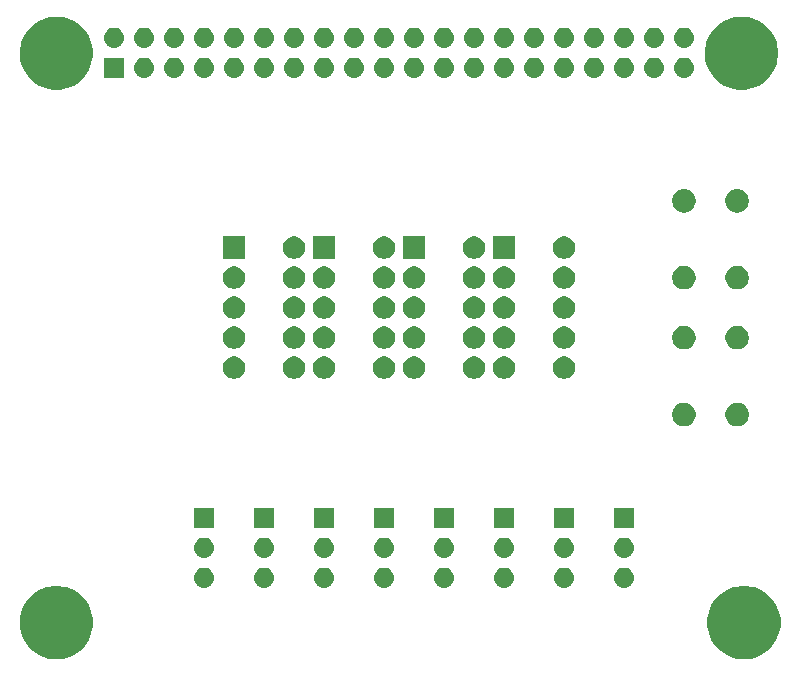
<source format=gbr>
G04 #@! TF.GenerationSoftware,KiCad,Pcbnew,(5.1.4)-1*
G04 #@! TF.CreationDate,2019-10-30T20:18:52-05:00*
G04 #@! TF.ProjectId,shield_display,73686965-6c64-45f6-9469-73706c61792e,rev?*
G04 #@! TF.SameCoordinates,Original*
G04 #@! TF.FileFunction,Soldermask,Bot*
G04 #@! TF.FilePolarity,Negative*
%FSLAX46Y46*%
G04 Gerber Fmt 4.6, Leading zero omitted, Abs format (unit mm)*
G04 Created by KiCad (PCBNEW (5.1.4)-1) date 2019-10-30 20:18:52*
%MOMM*%
%LPD*%
G04 APERTURE LIST*
%ADD10C,0.100000*%
G04 APERTURE END LIST*
D10*
G36*
X153385780Y-114967965D02*
G01*
X153685237Y-115027531D01*
X154249401Y-115261215D01*
X154757135Y-115600472D01*
X155188928Y-116032265D01*
X155528185Y-116539999D01*
X155761869Y-117104163D01*
X155881000Y-117703077D01*
X155881000Y-118313723D01*
X155761869Y-118912637D01*
X155528185Y-119476801D01*
X155188928Y-119984535D01*
X154757135Y-120416328D01*
X154249401Y-120755585D01*
X153685237Y-120989269D01*
X153385780Y-121048834D01*
X153086325Y-121108400D01*
X152475675Y-121108400D01*
X152176220Y-121048834D01*
X151876763Y-120989269D01*
X151312599Y-120755585D01*
X150804865Y-120416328D01*
X150373072Y-119984535D01*
X150033815Y-119476801D01*
X149800131Y-118912637D01*
X149681000Y-118313723D01*
X149681000Y-117703077D01*
X149800131Y-117104163D01*
X150033815Y-116539999D01*
X150373072Y-116032265D01*
X150804865Y-115600472D01*
X151312599Y-115261215D01*
X151876763Y-115027531D01*
X152176220Y-114967965D01*
X152475675Y-114908400D01*
X153086325Y-114908400D01*
X153385780Y-114967965D01*
X153385780Y-114967965D01*
G37*
G36*
X95163780Y-114967965D02*
G01*
X95463237Y-115027531D01*
X96027401Y-115261215D01*
X96535135Y-115600472D01*
X96966928Y-116032265D01*
X97306185Y-116539999D01*
X97539869Y-117104163D01*
X97659000Y-117703077D01*
X97659000Y-118313723D01*
X97539869Y-118912637D01*
X97306185Y-119476801D01*
X96966928Y-119984535D01*
X96535135Y-120416328D01*
X96027401Y-120755585D01*
X95463237Y-120989269D01*
X95163780Y-121048834D01*
X94864325Y-121108400D01*
X94253675Y-121108400D01*
X93954220Y-121048834D01*
X93654763Y-120989269D01*
X93090599Y-120755585D01*
X92582865Y-120416328D01*
X92151072Y-119984535D01*
X91811815Y-119476801D01*
X91578131Y-118912637D01*
X91459000Y-118313723D01*
X91459000Y-117703077D01*
X91578131Y-117104163D01*
X91811815Y-116539999D01*
X92151072Y-116032265D01*
X92582865Y-115600472D01*
X93090599Y-115261215D01*
X93654763Y-115027531D01*
X93954220Y-114967965D01*
X94253675Y-114908400D01*
X94864325Y-114908400D01*
X95163780Y-114967965D01*
X95163780Y-114967965D01*
G37*
G36*
X112307627Y-113360699D02*
G01*
X112387742Y-113385002D01*
X112467855Y-113409303D01*
X112467857Y-113409304D01*
X112615518Y-113488231D01*
X112744949Y-113594451D01*
X112851169Y-113723882D01*
X112930096Y-113871543D01*
X112978701Y-114031773D01*
X112995112Y-114198400D01*
X112978701Y-114365027D01*
X112930096Y-114525257D01*
X112851169Y-114672918D01*
X112744949Y-114802349D01*
X112615518Y-114908569D01*
X112467857Y-114987496D01*
X112467855Y-114987497D01*
X112387742Y-115011799D01*
X112307627Y-115036101D01*
X112182752Y-115048400D01*
X112099248Y-115048400D01*
X111974373Y-115036101D01*
X111894258Y-115011799D01*
X111814145Y-114987497D01*
X111814143Y-114987496D01*
X111666482Y-114908569D01*
X111537051Y-114802349D01*
X111430831Y-114672918D01*
X111351904Y-114525257D01*
X111303299Y-114365027D01*
X111286888Y-114198400D01*
X111303299Y-114031773D01*
X111351904Y-113871543D01*
X111430831Y-113723882D01*
X111537051Y-113594451D01*
X111666482Y-113488231D01*
X111814143Y-113409304D01*
X111814145Y-113409303D01*
X111894258Y-113385002D01*
X111974373Y-113360699D01*
X112099248Y-113348400D01*
X112182752Y-113348400D01*
X112307627Y-113360699D01*
X112307627Y-113360699D01*
G37*
G36*
X132627627Y-113360699D02*
G01*
X132707742Y-113385002D01*
X132787855Y-113409303D01*
X132787857Y-113409304D01*
X132935518Y-113488231D01*
X133064949Y-113594451D01*
X133171169Y-113723882D01*
X133250096Y-113871543D01*
X133298701Y-114031773D01*
X133315112Y-114198400D01*
X133298701Y-114365027D01*
X133250096Y-114525257D01*
X133171169Y-114672918D01*
X133064949Y-114802349D01*
X132935518Y-114908569D01*
X132787857Y-114987496D01*
X132787855Y-114987497D01*
X132707742Y-115011799D01*
X132627627Y-115036101D01*
X132502752Y-115048400D01*
X132419248Y-115048400D01*
X132294373Y-115036101D01*
X132214258Y-115011799D01*
X132134145Y-114987497D01*
X132134143Y-114987496D01*
X131986482Y-114908569D01*
X131857051Y-114802349D01*
X131750831Y-114672918D01*
X131671904Y-114525257D01*
X131623299Y-114365027D01*
X131606888Y-114198400D01*
X131623299Y-114031773D01*
X131671904Y-113871543D01*
X131750831Y-113723882D01*
X131857051Y-113594451D01*
X131986482Y-113488231D01*
X132134143Y-113409304D01*
X132134145Y-113409303D01*
X132214258Y-113385002D01*
X132294373Y-113360699D01*
X132419248Y-113348400D01*
X132502752Y-113348400D01*
X132627627Y-113360699D01*
X132627627Y-113360699D01*
G37*
G36*
X107227627Y-113360699D02*
G01*
X107307742Y-113385002D01*
X107387855Y-113409303D01*
X107387857Y-113409304D01*
X107535518Y-113488231D01*
X107664949Y-113594451D01*
X107771169Y-113723882D01*
X107850096Y-113871543D01*
X107898701Y-114031773D01*
X107915112Y-114198400D01*
X107898701Y-114365027D01*
X107850096Y-114525257D01*
X107771169Y-114672918D01*
X107664949Y-114802349D01*
X107535518Y-114908569D01*
X107387857Y-114987496D01*
X107387855Y-114987497D01*
X107307742Y-115011799D01*
X107227627Y-115036101D01*
X107102752Y-115048400D01*
X107019248Y-115048400D01*
X106894373Y-115036101D01*
X106814258Y-115011799D01*
X106734145Y-114987497D01*
X106734143Y-114987496D01*
X106586482Y-114908569D01*
X106457051Y-114802349D01*
X106350831Y-114672918D01*
X106271904Y-114525257D01*
X106223299Y-114365027D01*
X106206888Y-114198400D01*
X106223299Y-114031773D01*
X106271904Y-113871543D01*
X106350831Y-113723882D01*
X106457051Y-113594451D01*
X106586482Y-113488231D01*
X106734143Y-113409304D01*
X106734145Y-113409303D01*
X106814258Y-113385002D01*
X106894373Y-113360699D01*
X107019248Y-113348400D01*
X107102752Y-113348400D01*
X107227627Y-113360699D01*
X107227627Y-113360699D01*
G37*
G36*
X117387627Y-113360699D02*
G01*
X117467742Y-113385002D01*
X117547855Y-113409303D01*
X117547857Y-113409304D01*
X117695518Y-113488231D01*
X117824949Y-113594451D01*
X117931169Y-113723882D01*
X118010096Y-113871543D01*
X118058701Y-114031773D01*
X118075112Y-114198400D01*
X118058701Y-114365027D01*
X118010096Y-114525257D01*
X117931169Y-114672918D01*
X117824949Y-114802349D01*
X117695518Y-114908569D01*
X117547857Y-114987496D01*
X117547855Y-114987497D01*
X117467742Y-115011799D01*
X117387627Y-115036101D01*
X117262752Y-115048400D01*
X117179248Y-115048400D01*
X117054373Y-115036101D01*
X116974258Y-115011799D01*
X116894145Y-114987497D01*
X116894143Y-114987496D01*
X116746482Y-114908569D01*
X116617051Y-114802349D01*
X116510831Y-114672918D01*
X116431904Y-114525257D01*
X116383299Y-114365027D01*
X116366888Y-114198400D01*
X116383299Y-114031773D01*
X116431904Y-113871543D01*
X116510831Y-113723882D01*
X116617051Y-113594451D01*
X116746482Y-113488231D01*
X116894143Y-113409304D01*
X116894145Y-113409303D01*
X116974258Y-113385002D01*
X117054373Y-113360699D01*
X117179248Y-113348400D01*
X117262752Y-113348400D01*
X117387627Y-113360699D01*
X117387627Y-113360699D01*
G37*
G36*
X122467627Y-113360699D02*
G01*
X122547742Y-113385002D01*
X122627855Y-113409303D01*
X122627857Y-113409304D01*
X122775518Y-113488231D01*
X122904949Y-113594451D01*
X123011169Y-113723882D01*
X123090096Y-113871543D01*
X123138701Y-114031773D01*
X123155112Y-114198400D01*
X123138701Y-114365027D01*
X123090096Y-114525257D01*
X123011169Y-114672918D01*
X122904949Y-114802349D01*
X122775518Y-114908569D01*
X122627857Y-114987496D01*
X122627855Y-114987497D01*
X122547742Y-115011799D01*
X122467627Y-115036101D01*
X122342752Y-115048400D01*
X122259248Y-115048400D01*
X122134373Y-115036101D01*
X122054258Y-115011799D01*
X121974145Y-114987497D01*
X121974143Y-114987496D01*
X121826482Y-114908569D01*
X121697051Y-114802349D01*
X121590831Y-114672918D01*
X121511904Y-114525257D01*
X121463299Y-114365027D01*
X121446888Y-114198400D01*
X121463299Y-114031773D01*
X121511904Y-113871543D01*
X121590831Y-113723882D01*
X121697051Y-113594451D01*
X121826482Y-113488231D01*
X121974143Y-113409304D01*
X121974145Y-113409303D01*
X122054258Y-113385002D01*
X122134373Y-113360699D01*
X122259248Y-113348400D01*
X122342752Y-113348400D01*
X122467627Y-113360699D01*
X122467627Y-113360699D01*
G37*
G36*
X127547627Y-113360699D02*
G01*
X127627742Y-113385002D01*
X127707855Y-113409303D01*
X127707857Y-113409304D01*
X127855518Y-113488231D01*
X127984949Y-113594451D01*
X128091169Y-113723882D01*
X128170096Y-113871543D01*
X128218701Y-114031773D01*
X128235112Y-114198400D01*
X128218701Y-114365027D01*
X128170096Y-114525257D01*
X128091169Y-114672918D01*
X127984949Y-114802349D01*
X127855518Y-114908569D01*
X127707857Y-114987496D01*
X127707855Y-114987497D01*
X127627742Y-115011799D01*
X127547627Y-115036101D01*
X127422752Y-115048400D01*
X127339248Y-115048400D01*
X127214373Y-115036101D01*
X127134258Y-115011799D01*
X127054145Y-114987497D01*
X127054143Y-114987496D01*
X126906482Y-114908569D01*
X126777051Y-114802349D01*
X126670831Y-114672918D01*
X126591904Y-114525257D01*
X126543299Y-114365027D01*
X126526888Y-114198400D01*
X126543299Y-114031773D01*
X126591904Y-113871543D01*
X126670831Y-113723882D01*
X126777051Y-113594451D01*
X126906482Y-113488231D01*
X127054143Y-113409304D01*
X127054145Y-113409303D01*
X127134258Y-113385002D01*
X127214373Y-113360699D01*
X127339248Y-113348400D01*
X127422752Y-113348400D01*
X127547627Y-113360699D01*
X127547627Y-113360699D01*
G37*
G36*
X137707627Y-113360699D02*
G01*
X137787742Y-113385002D01*
X137867855Y-113409303D01*
X137867857Y-113409304D01*
X138015518Y-113488231D01*
X138144949Y-113594451D01*
X138251169Y-113723882D01*
X138330096Y-113871543D01*
X138378701Y-114031773D01*
X138395112Y-114198400D01*
X138378701Y-114365027D01*
X138330096Y-114525257D01*
X138251169Y-114672918D01*
X138144949Y-114802349D01*
X138015518Y-114908569D01*
X137867857Y-114987496D01*
X137867855Y-114987497D01*
X137787742Y-115011799D01*
X137707627Y-115036101D01*
X137582752Y-115048400D01*
X137499248Y-115048400D01*
X137374373Y-115036101D01*
X137294258Y-115011799D01*
X137214145Y-114987497D01*
X137214143Y-114987496D01*
X137066482Y-114908569D01*
X136937051Y-114802349D01*
X136830831Y-114672918D01*
X136751904Y-114525257D01*
X136703299Y-114365027D01*
X136686888Y-114198400D01*
X136703299Y-114031773D01*
X136751904Y-113871543D01*
X136830831Y-113723882D01*
X136937051Y-113594451D01*
X137066482Y-113488231D01*
X137214143Y-113409304D01*
X137214145Y-113409303D01*
X137294258Y-113385002D01*
X137374373Y-113360699D01*
X137499248Y-113348400D01*
X137582752Y-113348400D01*
X137707627Y-113360699D01*
X137707627Y-113360699D01*
G37*
G36*
X142787627Y-113360699D02*
G01*
X142867742Y-113385002D01*
X142947855Y-113409303D01*
X142947857Y-113409304D01*
X143095518Y-113488231D01*
X143224949Y-113594451D01*
X143331169Y-113723882D01*
X143410096Y-113871543D01*
X143458701Y-114031773D01*
X143475112Y-114198400D01*
X143458701Y-114365027D01*
X143410096Y-114525257D01*
X143331169Y-114672918D01*
X143224949Y-114802349D01*
X143095518Y-114908569D01*
X142947857Y-114987496D01*
X142947855Y-114987497D01*
X142867742Y-115011799D01*
X142787627Y-115036101D01*
X142662752Y-115048400D01*
X142579248Y-115048400D01*
X142454373Y-115036101D01*
X142374258Y-115011799D01*
X142294145Y-114987497D01*
X142294143Y-114987496D01*
X142146482Y-114908569D01*
X142017051Y-114802349D01*
X141910831Y-114672918D01*
X141831904Y-114525257D01*
X141783299Y-114365027D01*
X141766888Y-114198400D01*
X141783299Y-114031773D01*
X141831904Y-113871543D01*
X141910831Y-113723882D01*
X142017051Y-113594451D01*
X142146482Y-113488231D01*
X142294143Y-113409304D01*
X142294145Y-113409303D01*
X142374258Y-113385002D01*
X142454373Y-113360699D01*
X142579248Y-113348400D01*
X142662752Y-113348400D01*
X142787627Y-113360699D01*
X142787627Y-113360699D01*
G37*
G36*
X132627627Y-110820699D02*
G01*
X132707742Y-110845001D01*
X132787855Y-110869303D01*
X132787857Y-110869304D01*
X132935518Y-110948231D01*
X133064949Y-111054451D01*
X133171169Y-111183882D01*
X133250096Y-111331543D01*
X133298701Y-111491773D01*
X133315112Y-111658400D01*
X133298701Y-111825027D01*
X133250096Y-111985257D01*
X133171169Y-112132918D01*
X133064949Y-112262349D01*
X132935518Y-112368569D01*
X132787857Y-112447496D01*
X132787855Y-112447497D01*
X132707742Y-112471799D01*
X132627627Y-112496101D01*
X132502752Y-112508400D01*
X132419248Y-112508400D01*
X132294373Y-112496101D01*
X132214258Y-112471799D01*
X132134145Y-112447497D01*
X132134143Y-112447496D01*
X131986482Y-112368569D01*
X131857051Y-112262349D01*
X131750831Y-112132918D01*
X131671904Y-111985257D01*
X131623299Y-111825027D01*
X131606888Y-111658400D01*
X131623299Y-111491773D01*
X131671904Y-111331543D01*
X131750831Y-111183882D01*
X131857051Y-111054451D01*
X131986482Y-110948231D01*
X132134143Y-110869304D01*
X132134145Y-110869303D01*
X132214258Y-110845001D01*
X132294373Y-110820699D01*
X132419248Y-110808400D01*
X132502752Y-110808400D01*
X132627627Y-110820699D01*
X132627627Y-110820699D01*
G37*
G36*
X112307627Y-110820699D02*
G01*
X112387742Y-110845001D01*
X112467855Y-110869303D01*
X112467857Y-110869304D01*
X112615518Y-110948231D01*
X112744949Y-111054451D01*
X112851169Y-111183882D01*
X112930096Y-111331543D01*
X112978701Y-111491773D01*
X112995112Y-111658400D01*
X112978701Y-111825027D01*
X112930096Y-111985257D01*
X112851169Y-112132918D01*
X112744949Y-112262349D01*
X112615518Y-112368569D01*
X112467857Y-112447496D01*
X112467855Y-112447497D01*
X112387742Y-112471799D01*
X112307627Y-112496101D01*
X112182752Y-112508400D01*
X112099248Y-112508400D01*
X111974373Y-112496101D01*
X111894258Y-112471799D01*
X111814145Y-112447497D01*
X111814143Y-112447496D01*
X111666482Y-112368569D01*
X111537051Y-112262349D01*
X111430831Y-112132918D01*
X111351904Y-111985257D01*
X111303299Y-111825027D01*
X111286888Y-111658400D01*
X111303299Y-111491773D01*
X111351904Y-111331543D01*
X111430831Y-111183882D01*
X111537051Y-111054451D01*
X111666482Y-110948231D01*
X111814143Y-110869304D01*
X111814145Y-110869303D01*
X111894258Y-110845001D01*
X111974373Y-110820699D01*
X112099248Y-110808400D01*
X112182752Y-110808400D01*
X112307627Y-110820699D01*
X112307627Y-110820699D01*
G37*
G36*
X107227627Y-110820699D02*
G01*
X107307742Y-110845001D01*
X107387855Y-110869303D01*
X107387857Y-110869304D01*
X107535518Y-110948231D01*
X107664949Y-111054451D01*
X107771169Y-111183882D01*
X107850096Y-111331543D01*
X107898701Y-111491773D01*
X107915112Y-111658400D01*
X107898701Y-111825027D01*
X107850096Y-111985257D01*
X107771169Y-112132918D01*
X107664949Y-112262349D01*
X107535518Y-112368569D01*
X107387857Y-112447496D01*
X107387855Y-112447497D01*
X107307742Y-112471799D01*
X107227627Y-112496101D01*
X107102752Y-112508400D01*
X107019248Y-112508400D01*
X106894373Y-112496101D01*
X106814258Y-112471799D01*
X106734145Y-112447497D01*
X106734143Y-112447496D01*
X106586482Y-112368569D01*
X106457051Y-112262349D01*
X106350831Y-112132918D01*
X106271904Y-111985257D01*
X106223299Y-111825027D01*
X106206888Y-111658400D01*
X106223299Y-111491773D01*
X106271904Y-111331543D01*
X106350831Y-111183882D01*
X106457051Y-111054451D01*
X106586482Y-110948231D01*
X106734143Y-110869304D01*
X106734145Y-110869303D01*
X106814258Y-110845001D01*
X106894373Y-110820699D01*
X107019248Y-110808400D01*
X107102752Y-110808400D01*
X107227627Y-110820699D01*
X107227627Y-110820699D01*
G37*
G36*
X117387627Y-110820699D02*
G01*
X117467742Y-110845001D01*
X117547855Y-110869303D01*
X117547857Y-110869304D01*
X117695518Y-110948231D01*
X117824949Y-111054451D01*
X117931169Y-111183882D01*
X118010096Y-111331543D01*
X118058701Y-111491773D01*
X118075112Y-111658400D01*
X118058701Y-111825027D01*
X118010096Y-111985257D01*
X117931169Y-112132918D01*
X117824949Y-112262349D01*
X117695518Y-112368569D01*
X117547857Y-112447496D01*
X117547855Y-112447497D01*
X117467742Y-112471799D01*
X117387627Y-112496101D01*
X117262752Y-112508400D01*
X117179248Y-112508400D01*
X117054373Y-112496101D01*
X116974258Y-112471799D01*
X116894145Y-112447497D01*
X116894143Y-112447496D01*
X116746482Y-112368569D01*
X116617051Y-112262349D01*
X116510831Y-112132918D01*
X116431904Y-111985257D01*
X116383299Y-111825027D01*
X116366888Y-111658400D01*
X116383299Y-111491773D01*
X116431904Y-111331543D01*
X116510831Y-111183882D01*
X116617051Y-111054451D01*
X116746482Y-110948231D01*
X116894143Y-110869304D01*
X116894145Y-110869303D01*
X116974258Y-110845001D01*
X117054373Y-110820699D01*
X117179248Y-110808400D01*
X117262752Y-110808400D01*
X117387627Y-110820699D01*
X117387627Y-110820699D01*
G37*
G36*
X137707627Y-110820699D02*
G01*
X137787742Y-110845001D01*
X137867855Y-110869303D01*
X137867857Y-110869304D01*
X138015518Y-110948231D01*
X138144949Y-111054451D01*
X138251169Y-111183882D01*
X138330096Y-111331543D01*
X138378701Y-111491773D01*
X138395112Y-111658400D01*
X138378701Y-111825027D01*
X138330096Y-111985257D01*
X138251169Y-112132918D01*
X138144949Y-112262349D01*
X138015518Y-112368569D01*
X137867857Y-112447496D01*
X137867855Y-112447497D01*
X137787742Y-112471799D01*
X137707627Y-112496101D01*
X137582752Y-112508400D01*
X137499248Y-112508400D01*
X137374373Y-112496101D01*
X137294258Y-112471799D01*
X137214145Y-112447497D01*
X137214143Y-112447496D01*
X137066482Y-112368569D01*
X136937051Y-112262349D01*
X136830831Y-112132918D01*
X136751904Y-111985257D01*
X136703299Y-111825027D01*
X136686888Y-111658400D01*
X136703299Y-111491773D01*
X136751904Y-111331543D01*
X136830831Y-111183882D01*
X136937051Y-111054451D01*
X137066482Y-110948231D01*
X137214143Y-110869304D01*
X137214145Y-110869303D01*
X137294258Y-110845001D01*
X137374373Y-110820699D01*
X137499248Y-110808400D01*
X137582752Y-110808400D01*
X137707627Y-110820699D01*
X137707627Y-110820699D01*
G37*
G36*
X142787627Y-110820699D02*
G01*
X142867742Y-110845001D01*
X142947855Y-110869303D01*
X142947857Y-110869304D01*
X143095518Y-110948231D01*
X143224949Y-111054451D01*
X143331169Y-111183882D01*
X143410096Y-111331543D01*
X143458701Y-111491773D01*
X143475112Y-111658400D01*
X143458701Y-111825027D01*
X143410096Y-111985257D01*
X143331169Y-112132918D01*
X143224949Y-112262349D01*
X143095518Y-112368569D01*
X142947857Y-112447496D01*
X142947855Y-112447497D01*
X142867742Y-112471799D01*
X142787627Y-112496101D01*
X142662752Y-112508400D01*
X142579248Y-112508400D01*
X142454373Y-112496101D01*
X142374258Y-112471799D01*
X142294145Y-112447497D01*
X142294143Y-112447496D01*
X142146482Y-112368569D01*
X142017051Y-112262349D01*
X141910831Y-112132918D01*
X141831904Y-111985257D01*
X141783299Y-111825027D01*
X141766888Y-111658400D01*
X141783299Y-111491773D01*
X141831904Y-111331543D01*
X141910831Y-111183882D01*
X142017051Y-111054451D01*
X142146482Y-110948231D01*
X142294143Y-110869304D01*
X142294145Y-110869303D01*
X142374258Y-110845001D01*
X142454373Y-110820699D01*
X142579248Y-110808400D01*
X142662752Y-110808400D01*
X142787627Y-110820699D01*
X142787627Y-110820699D01*
G37*
G36*
X127547627Y-110820699D02*
G01*
X127627742Y-110845001D01*
X127707855Y-110869303D01*
X127707857Y-110869304D01*
X127855518Y-110948231D01*
X127984949Y-111054451D01*
X128091169Y-111183882D01*
X128170096Y-111331543D01*
X128218701Y-111491773D01*
X128235112Y-111658400D01*
X128218701Y-111825027D01*
X128170096Y-111985257D01*
X128091169Y-112132918D01*
X127984949Y-112262349D01*
X127855518Y-112368569D01*
X127707857Y-112447496D01*
X127707855Y-112447497D01*
X127627742Y-112471799D01*
X127547627Y-112496101D01*
X127422752Y-112508400D01*
X127339248Y-112508400D01*
X127214373Y-112496101D01*
X127134258Y-112471799D01*
X127054145Y-112447497D01*
X127054143Y-112447496D01*
X126906482Y-112368569D01*
X126777051Y-112262349D01*
X126670831Y-112132918D01*
X126591904Y-111985257D01*
X126543299Y-111825027D01*
X126526888Y-111658400D01*
X126543299Y-111491773D01*
X126591904Y-111331543D01*
X126670831Y-111183882D01*
X126777051Y-111054451D01*
X126906482Y-110948231D01*
X127054143Y-110869304D01*
X127054145Y-110869303D01*
X127134258Y-110845001D01*
X127214373Y-110820699D01*
X127339248Y-110808400D01*
X127422752Y-110808400D01*
X127547627Y-110820699D01*
X127547627Y-110820699D01*
G37*
G36*
X122467627Y-110820699D02*
G01*
X122547742Y-110845001D01*
X122627855Y-110869303D01*
X122627857Y-110869304D01*
X122775518Y-110948231D01*
X122904949Y-111054451D01*
X123011169Y-111183882D01*
X123090096Y-111331543D01*
X123138701Y-111491773D01*
X123155112Y-111658400D01*
X123138701Y-111825027D01*
X123090096Y-111985257D01*
X123011169Y-112132918D01*
X122904949Y-112262349D01*
X122775518Y-112368569D01*
X122627857Y-112447496D01*
X122627855Y-112447497D01*
X122547742Y-112471799D01*
X122467627Y-112496101D01*
X122342752Y-112508400D01*
X122259248Y-112508400D01*
X122134373Y-112496101D01*
X122054258Y-112471799D01*
X121974145Y-112447497D01*
X121974143Y-112447496D01*
X121826482Y-112368569D01*
X121697051Y-112262349D01*
X121590831Y-112132918D01*
X121511904Y-111985257D01*
X121463299Y-111825027D01*
X121446888Y-111658400D01*
X121463299Y-111491773D01*
X121511904Y-111331543D01*
X121590831Y-111183882D01*
X121697051Y-111054451D01*
X121826482Y-110948231D01*
X121974143Y-110869304D01*
X121974145Y-110869303D01*
X122054258Y-110845001D01*
X122134373Y-110820699D01*
X122259248Y-110808400D01*
X122342752Y-110808400D01*
X122467627Y-110820699D01*
X122467627Y-110820699D01*
G37*
G36*
X118071000Y-109968400D02*
G01*
X116371000Y-109968400D01*
X116371000Y-108268400D01*
X118071000Y-108268400D01*
X118071000Y-109968400D01*
X118071000Y-109968400D01*
G37*
G36*
X133311000Y-109968400D02*
G01*
X131611000Y-109968400D01*
X131611000Y-108268400D01*
X133311000Y-108268400D01*
X133311000Y-109968400D01*
X133311000Y-109968400D01*
G37*
G36*
X123151000Y-109968400D02*
G01*
X121451000Y-109968400D01*
X121451000Y-108268400D01*
X123151000Y-108268400D01*
X123151000Y-109968400D01*
X123151000Y-109968400D01*
G37*
G36*
X112991000Y-109968400D02*
G01*
X111291000Y-109968400D01*
X111291000Y-108268400D01*
X112991000Y-108268400D01*
X112991000Y-109968400D01*
X112991000Y-109968400D01*
G37*
G36*
X107911000Y-109968400D02*
G01*
X106211000Y-109968400D01*
X106211000Y-108268400D01*
X107911000Y-108268400D01*
X107911000Y-109968400D01*
X107911000Y-109968400D01*
G37*
G36*
X138391000Y-109968400D02*
G01*
X136691000Y-109968400D01*
X136691000Y-108268400D01*
X138391000Y-108268400D01*
X138391000Y-109968400D01*
X138391000Y-109968400D01*
G37*
G36*
X143471000Y-109968400D02*
G01*
X141771000Y-109968400D01*
X141771000Y-108268400D01*
X143471000Y-108268400D01*
X143471000Y-109968400D01*
X143471000Y-109968400D01*
G37*
G36*
X128231000Y-109968400D02*
G01*
X126531000Y-109968400D01*
X126531000Y-108268400D01*
X128231000Y-108268400D01*
X128231000Y-109968400D01*
X128231000Y-109968400D01*
G37*
G36*
X147928290Y-99404019D02*
G01*
X147992689Y-99416829D01*
X148174678Y-99492211D01*
X148338463Y-99601649D01*
X148477751Y-99740937D01*
X148587189Y-99904722D01*
X148662571Y-100086711D01*
X148701000Y-100279909D01*
X148701000Y-100476891D01*
X148662571Y-100670089D01*
X148587189Y-100852078D01*
X148477751Y-101015863D01*
X148338463Y-101155151D01*
X148174678Y-101264589D01*
X147992689Y-101339971D01*
X147928290Y-101352781D01*
X147799493Y-101378400D01*
X147602507Y-101378400D01*
X147473710Y-101352781D01*
X147409311Y-101339971D01*
X147227322Y-101264589D01*
X147063537Y-101155151D01*
X146924249Y-101015863D01*
X146814811Y-100852078D01*
X146739429Y-100670089D01*
X146701000Y-100476891D01*
X146701000Y-100279909D01*
X146739429Y-100086711D01*
X146814811Y-99904722D01*
X146924249Y-99740937D01*
X147063537Y-99601649D01*
X147227322Y-99492211D01*
X147409311Y-99416829D01*
X147473710Y-99404019D01*
X147602507Y-99378400D01*
X147799493Y-99378400D01*
X147928290Y-99404019D01*
X147928290Y-99404019D01*
G37*
G36*
X152428290Y-99404019D02*
G01*
X152492689Y-99416829D01*
X152674678Y-99492211D01*
X152838463Y-99601649D01*
X152977751Y-99740937D01*
X153087189Y-99904722D01*
X153162571Y-100086711D01*
X153201000Y-100279909D01*
X153201000Y-100476891D01*
X153162571Y-100670089D01*
X153087189Y-100852078D01*
X152977751Y-101015863D01*
X152838463Y-101155151D01*
X152674678Y-101264589D01*
X152492689Y-101339971D01*
X152428290Y-101352781D01*
X152299493Y-101378400D01*
X152102507Y-101378400D01*
X151973710Y-101352781D01*
X151909311Y-101339971D01*
X151727322Y-101264589D01*
X151563537Y-101155151D01*
X151424249Y-101015863D01*
X151314811Y-100852078D01*
X151239429Y-100670089D01*
X151201000Y-100476891D01*
X151201000Y-100279909D01*
X151239429Y-100086711D01*
X151314811Y-99904722D01*
X151424249Y-99740937D01*
X151563537Y-99601649D01*
X151727322Y-99492211D01*
X151909311Y-99416829D01*
X151973710Y-99404019D01*
X152102507Y-99378400D01*
X152299493Y-99378400D01*
X152428290Y-99404019D01*
X152428290Y-99404019D01*
G37*
G36*
X137818092Y-95504946D02*
G01*
X137990973Y-95576556D01*
X137990975Y-95576557D01*
X138146564Y-95680518D01*
X138278882Y-95812836D01*
X138382843Y-95968425D01*
X138382844Y-95968427D01*
X138454454Y-96141308D01*
X138490960Y-96324836D01*
X138490960Y-96511964D01*
X138454454Y-96695492D01*
X138382844Y-96868373D01*
X138382843Y-96868375D01*
X138278882Y-97023964D01*
X138146564Y-97156282D01*
X137990975Y-97260243D01*
X137990974Y-97260244D01*
X137990973Y-97260244D01*
X137818092Y-97331854D01*
X137634564Y-97368360D01*
X137447436Y-97368360D01*
X137263908Y-97331854D01*
X137091027Y-97260244D01*
X137091026Y-97260244D01*
X137091025Y-97260243D01*
X136935436Y-97156282D01*
X136803118Y-97023964D01*
X136699157Y-96868375D01*
X136699156Y-96868373D01*
X136627546Y-96695492D01*
X136591040Y-96511964D01*
X136591040Y-96324836D01*
X136627546Y-96141308D01*
X136699156Y-95968427D01*
X136699157Y-95968425D01*
X136803118Y-95812836D01*
X136935436Y-95680518D01*
X137091025Y-95576557D01*
X137091027Y-95576556D01*
X137263908Y-95504946D01*
X137447436Y-95468440D01*
X137634564Y-95468440D01*
X137818092Y-95504946D01*
X137818092Y-95504946D01*
G37*
G36*
X109878092Y-95504946D02*
G01*
X110050973Y-95576556D01*
X110050975Y-95576557D01*
X110206564Y-95680518D01*
X110338882Y-95812836D01*
X110442843Y-95968425D01*
X110442844Y-95968427D01*
X110514454Y-96141308D01*
X110550960Y-96324836D01*
X110550960Y-96511964D01*
X110514454Y-96695492D01*
X110442844Y-96868373D01*
X110442843Y-96868375D01*
X110338882Y-97023964D01*
X110206564Y-97156282D01*
X110050975Y-97260243D01*
X110050974Y-97260244D01*
X110050973Y-97260244D01*
X109878092Y-97331854D01*
X109694564Y-97368360D01*
X109507436Y-97368360D01*
X109323908Y-97331854D01*
X109151027Y-97260244D01*
X109151026Y-97260244D01*
X109151025Y-97260243D01*
X108995436Y-97156282D01*
X108863118Y-97023964D01*
X108759157Y-96868375D01*
X108759156Y-96868373D01*
X108687546Y-96695492D01*
X108651040Y-96511964D01*
X108651040Y-96324836D01*
X108687546Y-96141308D01*
X108759156Y-95968427D01*
X108759157Y-95968425D01*
X108863118Y-95812836D01*
X108995436Y-95680518D01*
X109151025Y-95576557D01*
X109151027Y-95576556D01*
X109323908Y-95504946D01*
X109507436Y-95468440D01*
X109694564Y-95468440D01*
X109878092Y-95504946D01*
X109878092Y-95504946D01*
G37*
G36*
X130198092Y-95504946D02*
G01*
X130370973Y-95576556D01*
X130370975Y-95576557D01*
X130526564Y-95680518D01*
X130658882Y-95812836D01*
X130762843Y-95968425D01*
X130762844Y-95968427D01*
X130834454Y-96141308D01*
X130870960Y-96324836D01*
X130870960Y-96511964D01*
X130834454Y-96695492D01*
X130762844Y-96868373D01*
X130762843Y-96868375D01*
X130658882Y-97023964D01*
X130526564Y-97156282D01*
X130370975Y-97260243D01*
X130370974Y-97260244D01*
X130370973Y-97260244D01*
X130198092Y-97331854D01*
X130014564Y-97368360D01*
X129827436Y-97368360D01*
X129643908Y-97331854D01*
X129471027Y-97260244D01*
X129471026Y-97260244D01*
X129471025Y-97260243D01*
X129315436Y-97156282D01*
X129183118Y-97023964D01*
X129079157Y-96868375D01*
X129079156Y-96868373D01*
X129007546Y-96695492D01*
X128971040Y-96511964D01*
X128971040Y-96324836D01*
X129007546Y-96141308D01*
X129079156Y-95968427D01*
X129079157Y-95968425D01*
X129183118Y-95812836D01*
X129315436Y-95680518D01*
X129471025Y-95576557D01*
X129471027Y-95576556D01*
X129643908Y-95504946D01*
X129827436Y-95468440D01*
X130014564Y-95468440D01*
X130198092Y-95504946D01*
X130198092Y-95504946D01*
G37*
G36*
X122578092Y-95504946D02*
G01*
X122750973Y-95576556D01*
X122750975Y-95576557D01*
X122906564Y-95680518D01*
X123038882Y-95812836D01*
X123142843Y-95968425D01*
X123142844Y-95968427D01*
X123214454Y-96141308D01*
X123250960Y-96324836D01*
X123250960Y-96511964D01*
X123214454Y-96695492D01*
X123142844Y-96868373D01*
X123142843Y-96868375D01*
X123038882Y-97023964D01*
X122906564Y-97156282D01*
X122750975Y-97260243D01*
X122750974Y-97260244D01*
X122750973Y-97260244D01*
X122578092Y-97331854D01*
X122394564Y-97368360D01*
X122207436Y-97368360D01*
X122023908Y-97331854D01*
X121851027Y-97260244D01*
X121851026Y-97260244D01*
X121851025Y-97260243D01*
X121695436Y-97156282D01*
X121563118Y-97023964D01*
X121459157Y-96868375D01*
X121459156Y-96868373D01*
X121387546Y-96695492D01*
X121351040Y-96511964D01*
X121351040Y-96324836D01*
X121387546Y-96141308D01*
X121459156Y-95968427D01*
X121459157Y-95968425D01*
X121563118Y-95812836D01*
X121695436Y-95680518D01*
X121851025Y-95576557D01*
X121851027Y-95576556D01*
X122023908Y-95504946D01*
X122207436Y-95468440D01*
X122394564Y-95468440D01*
X122578092Y-95504946D01*
X122578092Y-95504946D01*
G37*
G36*
X132738092Y-95504946D02*
G01*
X132910973Y-95576556D01*
X132910975Y-95576557D01*
X133066564Y-95680518D01*
X133198882Y-95812836D01*
X133302843Y-95968425D01*
X133302844Y-95968427D01*
X133374454Y-96141308D01*
X133410960Y-96324836D01*
X133410960Y-96511964D01*
X133374454Y-96695492D01*
X133302844Y-96868373D01*
X133302843Y-96868375D01*
X133198882Y-97023964D01*
X133066564Y-97156282D01*
X132910975Y-97260243D01*
X132910974Y-97260244D01*
X132910973Y-97260244D01*
X132738092Y-97331854D01*
X132554564Y-97368360D01*
X132367436Y-97368360D01*
X132183908Y-97331854D01*
X132011027Y-97260244D01*
X132011026Y-97260244D01*
X132011025Y-97260243D01*
X131855436Y-97156282D01*
X131723118Y-97023964D01*
X131619157Y-96868375D01*
X131619156Y-96868373D01*
X131547546Y-96695492D01*
X131511040Y-96511964D01*
X131511040Y-96324836D01*
X131547546Y-96141308D01*
X131619156Y-95968427D01*
X131619157Y-95968425D01*
X131723118Y-95812836D01*
X131855436Y-95680518D01*
X132011025Y-95576557D01*
X132011027Y-95576556D01*
X132183908Y-95504946D01*
X132367436Y-95468440D01*
X132554564Y-95468440D01*
X132738092Y-95504946D01*
X132738092Y-95504946D01*
G37*
G36*
X114958092Y-95504946D02*
G01*
X115130973Y-95576556D01*
X115130975Y-95576557D01*
X115286564Y-95680518D01*
X115418882Y-95812836D01*
X115522843Y-95968425D01*
X115522844Y-95968427D01*
X115594454Y-96141308D01*
X115630960Y-96324836D01*
X115630960Y-96511964D01*
X115594454Y-96695492D01*
X115522844Y-96868373D01*
X115522843Y-96868375D01*
X115418882Y-97023964D01*
X115286564Y-97156282D01*
X115130975Y-97260243D01*
X115130974Y-97260244D01*
X115130973Y-97260244D01*
X114958092Y-97331854D01*
X114774564Y-97368360D01*
X114587436Y-97368360D01*
X114403908Y-97331854D01*
X114231027Y-97260244D01*
X114231026Y-97260244D01*
X114231025Y-97260243D01*
X114075436Y-97156282D01*
X113943118Y-97023964D01*
X113839157Y-96868375D01*
X113839156Y-96868373D01*
X113767546Y-96695492D01*
X113731040Y-96511964D01*
X113731040Y-96324836D01*
X113767546Y-96141308D01*
X113839156Y-95968427D01*
X113839157Y-95968425D01*
X113943118Y-95812836D01*
X114075436Y-95680518D01*
X114231025Y-95576557D01*
X114231027Y-95576556D01*
X114403908Y-95504946D01*
X114587436Y-95468440D01*
X114774564Y-95468440D01*
X114958092Y-95504946D01*
X114958092Y-95504946D01*
G37*
G36*
X125118092Y-95504946D02*
G01*
X125290973Y-95576556D01*
X125290975Y-95576557D01*
X125446564Y-95680518D01*
X125578882Y-95812836D01*
X125682843Y-95968425D01*
X125682844Y-95968427D01*
X125754454Y-96141308D01*
X125790960Y-96324836D01*
X125790960Y-96511964D01*
X125754454Y-96695492D01*
X125682844Y-96868373D01*
X125682843Y-96868375D01*
X125578882Y-97023964D01*
X125446564Y-97156282D01*
X125290975Y-97260243D01*
X125290974Y-97260244D01*
X125290973Y-97260244D01*
X125118092Y-97331854D01*
X124934564Y-97368360D01*
X124747436Y-97368360D01*
X124563908Y-97331854D01*
X124391027Y-97260244D01*
X124391026Y-97260244D01*
X124391025Y-97260243D01*
X124235436Y-97156282D01*
X124103118Y-97023964D01*
X123999157Y-96868375D01*
X123999156Y-96868373D01*
X123927546Y-96695492D01*
X123891040Y-96511964D01*
X123891040Y-96324836D01*
X123927546Y-96141308D01*
X123999156Y-95968427D01*
X123999157Y-95968425D01*
X124103118Y-95812836D01*
X124235436Y-95680518D01*
X124391025Y-95576557D01*
X124391027Y-95576556D01*
X124563908Y-95504946D01*
X124747436Y-95468440D01*
X124934564Y-95468440D01*
X125118092Y-95504946D01*
X125118092Y-95504946D01*
G37*
G36*
X117498092Y-95504946D02*
G01*
X117670973Y-95576556D01*
X117670975Y-95576557D01*
X117826564Y-95680518D01*
X117958882Y-95812836D01*
X118062843Y-95968425D01*
X118062844Y-95968427D01*
X118134454Y-96141308D01*
X118170960Y-96324836D01*
X118170960Y-96511964D01*
X118134454Y-96695492D01*
X118062844Y-96868373D01*
X118062843Y-96868375D01*
X117958882Y-97023964D01*
X117826564Y-97156282D01*
X117670975Y-97260243D01*
X117670974Y-97260244D01*
X117670973Y-97260244D01*
X117498092Y-97331854D01*
X117314564Y-97368360D01*
X117127436Y-97368360D01*
X116943908Y-97331854D01*
X116771027Y-97260244D01*
X116771026Y-97260244D01*
X116771025Y-97260243D01*
X116615436Y-97156282D01*
X116483118Y-97023964D01*
X116379157Y-96868375D01*
X116379156Y-96868373D01*
X116307546Y-96695492D01*
X116271040Y-96511964D01*
X116271040Y-96324836D01*
X116307546Y-96141308D01*
X116379156Y-95968427D01*
X116379157Y-95968425D01*
X116483118Y-95812836D01*
X116615436Y-95680518D01*
X116771025Y-95576557D01*
X116771027Y-95576556D01*
X116943908Y-95504946D01*
X117127436Y-95468440D01*
X117314564Y-95468440D01*
X117498092Y-95504946D01*
X117498092Y-95504946D01*
G37*
G36*
X152428290Y-92904019D02*
G01*
X152492689Y-92916829D01*
X152674678Y-92992211D01*
X152838463Y-93101649D01*
X152977751Y-93240937D01*
X153087189Y-93404722D01*
X153162571Y-93586711D01*
X153201000Y-93779909D01*
X153201000Y-93976891D01*
X153162571Y-94170089D01*
X153087189Y-94352078D01*
X152977751Y-94515863D01*
X152838463Y-94655151D01*
X152674678Y-94764589D01*
X152492689Y-94839971D01*
X152428290Y-94852781D01*
X152299493Y-94878400D01*
X152102507Y-94878400D01*
X151973710Y-94852781D01*
X151909311Y-94839971D01*
X151727322Y-94764589D01*
X151563537Y-94655151D01*
X151424249Y-94515863D01*
X151314811Y-94352078D01*
X151239429Y-94170089D01*
X151201000Y-93976891D01*
X151201000Y-93779909D01*
X151239429Y-93586711D01*
X151314811Y-93404722D01*
X151424249Y-93240937D01*
X151563537Y-93101649D01*
X151727322Y-92992211D01*
X151909311Y-92916829D01*
X151973710Y-92904019D01*
X152102507Y-92878400D01*
X152299493Y-92878400D01*
X152428290Y-92904019D01*
X152428290Y-92904019D01*
G37*
G36*
X147928290Y-92904019D02*
G01*
X147992689Y-92916829D01*
X148174678Y-92992211D01*
X148338463Y-93101649D01*
X148477751Y-93240937D01*
X148587189Y-93404722D01*
X148662571Y-93586711D01*
X148701000Y-93779909D01*
X148701000Y-93976891D01*
X148662571Y-94170089D01*
X148587189Y-94352078D01*
X148477751Y-94515863D01*
X148338463Y-94655151D01*
X148174678Y-94764589D01*
X147992689Y-94839971D01*
X147928290Y-94852781D01*
X147799493Y-94878400D01*
X147602507Y-94878400D01*
X147473710Y-94852781D01*
X147409311Y-94839971D01*
X147227322Y-94764589D01*
X147063537Y-94655151D01*
X146924249Y-94515863D01*
X146814811Y-94352078D01*
X146739429Y-94170089D01*
X146701000Y-93976891D01*
X146701000Y-93779909D01*
X146739429Y-93586711D01*
X146814811Y-93404722D01*
X146924249Y-93240937D01*
X147063537Y-93101649D01*
X147227322Y-92992211D01*
X147409311Y-92916829D01*
X147473710Y-92904019D01*
X147602507Y-92878400D01*
X147799493Y-92878400D01*
X147928290Y-92904019D01*
X147928290Y-92904019D01*
G37*
G36*
X137818092Y-92964946D02*
G01*
X137990973Y-93036556D01*
X137990975Y-93036557D01*
X138146564Y-93140518D01*
X138278882Y-93272836D01*
X138382843Y-93428425D01*
X138382844Y-93428427D01*
X138454454Y-93601308D01*
X138490960Y-93784836D01*
X138490960Y-93971964D01*
X138454454Y-94155492D01*
X138382844Y-94328373D01*
X138382843Y-94328375D01*
X138278882Y-94483964D01*
X138146564Y-94616282D01*
X137990975Y-94720243D01*
X137990974Y-94720244D01*
X137990973Y-94720244D01*
X137818092Y-94791854D01*
X137634564Y-94828360D01*
X137447436Y-94828360D01*
X137263908Y-94791854D01*
X137091027Y-94720244D01*
X137091026Y-94720244D01*
X137091025Y-94720243D01*
X136935436Y-94616282D01*
X136803118Y-94483964D01*
X136699157Y-94328375D01*
X136699156Y-94328373D01*
X136627546Y-94155492D01*
X136591040Y-93971964D01*
X136591040Y-93784836D01*
X136627546Y-93601308D01*
X136699156Y-93428427D01*
X136699157Y-93428425D01*
X136803118Y-93272836D01*
X136935436Y-93140518D01*
X137091025Y-93036557D01*
X137091027Y-93036556D01*
X137263908Y-92964946D01*
X137447436Y-92928440D01*
X137634564Y-92928440D01*
X137818092Y-92964946D01*
X137818092Y-92964946D01*
G37*
G36*
X114958092Y-92964946D02*
G01*
X115130973Y-93036556D01*
X115130975Y-93036557D01*
X115286564Y-93140518D01*
X115418882Y-93272836D01*
X115522843Y-93428425D01*
X115522844Y-93428427D01*
X115594454Y-93601308D01*
X115630960Y-93784836D01*
X115630960Y-93971964D01*
X115594454Y-94155492D01*
X115522844Y-94328373D01*
X115522843Y-94328375D01*
X115418882Y-94483964D01*
X115286564Y-94616282D01*
X115130975Y-94720243D01*
X115130974Y-94720244D01*
X115130973Y-94720244D01*
X114958092Y-94791854D01*
X114774564Y-94828360D01*
X114587436Y-94828360D01*
X114403908Y-94791854D01*
X114231027Y-94720244D01*
X114231026Y-94720244D01*
X114231025Y-94720243D01*
X114075436Y-94616282D01*
X113943118Y-94483964D01*
X113839157Y-94328375D01*
X113839156Y-94328373D01*
X113767546Y-94155492D01*
X113731040Y-93971964D01*
X113731040Y-93784836D01*
X113767546Y-93601308D01*
X113839156Y-93428427D01*
X113839157Y-93428425D01*
X113943118Y-93272836D01*
X114075436Y-93140518D01*
X114231025Y-93036557D01*
X114231027Y-93036556D01*
X114403908Y-92964946D01*
X114587436Y-92928440D01*
X114774564Y-92928440D01*
X114958092Y-92964946D01*
X114958092Y-92964946D01*
G37*
G36*
X130198092Y-92964946D02*
G01*
X130370973Y-93036556D01*
X130370975Y-93036557D01*
X130526564Y-93140518D01*
X130658882Y-93272836D01*
X130762843Y-93428425D01*
X130762844Y-93428427D01*
X130834454Y-93601308D01*
X130870960Y-93784836D01*
X130870960Y-93971964D01*
X130834454Y-94155492D01*
X130762844Y-94328373D01*
X130762843Y-94328375D01*
X130658882Y-94483964D01*
X130526564Y-94616282D01*
X130370975Y-94720243D01*
X130370974Y-94720244D01*
X130370973Y-94720244D01*
X130198092Y-94791854D01*
X130014564Y-94828360D01*
X129827436Y-94828360D01*
X129643908Y-94791854D01*
X129471027Y-94720244D01*
X129471026Y-94720244D01*
X129471025Y-94720243D01*
X129315436Y-94616282D01*
X129183118Y-94483964D01*
X129079157Y-94328375D01*
X129079156Y-94328373D01*
X129007546Y-94155492D01*
X128971040Y-93971964D01*
X128971040Y-93784836D01*
X129007546Y-93601308D01*
X129079156Y-93428427D01*
X129079157Y-93428425D01*
X129183118Y-93272836D01*
X129315436Y-93140518D01*
X129471025Y-93036557D01*
X129471027Y-93036556D01*
X129643908Y-92964946D01*
X129827436Y-92928440D01*
X130014564Y-92928440D01*
X130198092Y-92964946D01*
X130198092Y-92964946D01*
G37*
G36*
X109878092Y-92964946D02*
G01*
X110050973Y-93036556D01*
X110050975Y-93036557D01*
X110206564Y-93140518D01*
X110338882Y-93272836D01*
X110442843Y-93428425D01*
X110442844Y-93428427D01*
X110514454Y-93601308D01*
X110550960Y-93784836D01*
X110550960Y-93971964D01*
X110514454Y-94155492D01*
X110442844Y-94328373D01*
X110442843Y-94328375D01*
X110338882Y-94483964D01*
X110206564Y-94616282D01*
X110050975Y-94720243D01*
X110050974Y-94720244D01*
X110050973Y-94720244D01*
X109878092Y-94791854D01*
X109694564Y-94828360D01*
X109507436Y-94828360D01*
X109323908Y-94791854D01*
X109151027Y-94720244D01*
X109151026Y-94720244D01*
X109151025Y-94720243D01*
X108995436Y-94616282D01*
X108863118Y-94483964D01*
X108759157Y-94328375D01*
X108759156Y-94328373D01*
X108687546Y-94155492D01*
X108651040Y-93971964D01*
X108651040Y-93784836D01*
X108687546Y-93601308D01*
X108759156Y-93428427D01*
X108759157Y-93428425D01*
X108863118Y-93272836D01*
X108995436Y-93140518D01*
X109151025Y-93036557D01*
X109151027Y-93036556D01*
X109323908Y-92964946D01*
X109507436Y-92928440D01*
X109694564Y-92928440D01*
X109878092Y-92964946D01*
X109878092Y-92964946D01*
G37*
G36*
X125118092Y-92964946D02*
G01*
X125290973Y-93036556D01*
X125290975Y-93036557D01*
X125446564Y-93140518D01*
X125578882Y-93272836D01*
X125682843Y-93428425D01*
X125682844Y-93428427D01*
X125754454Y-93601308D01*
X125790960Y-93784836D01*
X125790960Y-93971964D01*
X125754454Y-94155492D01*
X125682844Y-94328373D01*
X125682843Y-94328375D01*
X125578882Y-94483964D01*
X125446564Y-94616282D01*
X125290975Y-94720243D01*
X125290974Y-94720244D01*
X125290973Y-94720244D01*
X125118092Y-94791854D01*
X124934564Y-94828360D01*
X124747436Y-94828360D01*
X124563908Y-94791854D01*
X124391027Y-94720244D01*
X124391026Y-94720244D01*
X124391025Y-94720243D01*
X124235436Y-94616282D01*
X124103118Y-94483964D01*
X123999157Y-94328375D01*
X123999156Y-94328373D01*
X123927546Y-94155492D01*
X123891040Y-93971964D01*
X123891040Y-93784836D01*
X123927546Y-93601308D01*
X123999156Y-93428427D01*
X123999157Y-93428425D01*
X124103118Y-93272836D01*
X124235436Y-93140518D01*
X124391025Y-93036557D01*
X124391027Y-93036556D01*
X124563908Y-92964946D01*
X124747436Y-92928440D01*
X124934564Y-92928440D01*
X125118092Y-92964946D01*
X125118092Y-92964946D01*
G37*
G36*
X132738092Y-92964946D02*
G01*
X132910973Y-93036556D01*
X132910975Y-93036557D01*
X133066564Y-93140518D01*
X133198882Y-93272836D01*
X133302843Y-93428425D01*
X133302844Y-93428427D01*
X133374454Y-93601308D01*
X133410960Y-93784836D01*
X133410960Y-93971964D01*
X133374454Y-94155492D01*
X133302844Y-94328373D01*
X133302843Y-94328375D01*
X133198882Y-94483964D01*
X133066564Y-94616282D01*
X132910975Y-94720243D01*
X132910974Y-94720244D01*
X132910973Y-94720244D01*
X132738092Y-94791854D01*
X132554564Y-94828360D01*
X132367436Y-94828360D01*
X132183908Y-94791854D01*
X132011027Y-94720244D01*
X132011026Y-94720244D01*
X132011025Y-94720243D01*
X131855436Y-94616282D01*
X131723118Y-94483964D01*
X131619157Y-94328375D01*
X131619156Y-94328373D01*
X131547546Y-94155492D01*
X131511040Y-93971964D01*
X131511040Y-93784836D01*
X131547546Y-93601308D01*
X131619156Y-93428427D01*
X131619157Y-93428425D01*
X131723118Y-93272836D01*
X131855436Y-93140518D01*
X132011025Y-93036557D01*
X132011027Y-93036556D01*
X132183908Y-92964946D01*
X132367436Y-92928440D01*
X132554564Y-92928440D01*
X132738092Y-92964946D01*
X132738092Y-92964946D01*
G37*
G36*
X122578092Y-92964946D02*
G01*
X122750973Y-93036556D01*
X122750975Y-93036557D01*
X122906564Y-93140518D01*
X123038882Y-93272836D01*
X123142843Y-93428425D01*
X123142844Y-93428427D01*
X123214454Y-93601308D01*
X123250960Y-93784836D01*
X123250960Y-93971964D01*
X123214454Y-94155492D01*
X123142844Y-94328373D01*
X123142843Y-94328375D01*
X123038882Y-94483964D01*
X122906564Y-94616282D01*
X122750975Y-94720243D01*
X122750974Y-94720244D01*
X122750973Y-94720244D01*
X122578092Y-94791854D01*
X122394564Y-94828360D01*
X122207436Y-94828360D01*
X122023908Y-94791854D01*
X121851027Y-94720244D01*
X121851026Y-94720244D01*
X121851025Y-94720243D01*
X121695436Y-94616282D01*
X121563118Y-94483964D01*
X121459157Y-94328375D01*
X121459156Y-94328373D01*
X121387546Y-94155492D01*
X121351040Y-93971964D01*
X121351040Y-93784836D01*
X121387546Y-93601308D01*
X121459156Y-93428427D01*
X121459157Y-93428425D01*
X121563118Y-93272836D01*
X121695436Y-93140518D01*
X121851025Y-93036557D01*
X121851027Y-93036556D01*
X122023908Y-92964946D01*
X122207436Y-92928440D01*
X122394564Y-92928440D01*
X122578092Y-92964946D01*
X122578092Y-92964946D01*
G37*
G36*
X117498092Y-92964946D02*
G01*
X117670973Y-93036556D01*
X117670975Y-93036557D01*
X117826564Y-93140518D01*
X117958882Y-93272836D01*
X118062843Y-93428425D01*
X118062844Y-93428427D01*
X118134454Y-93601308D01*
X118170960Y-93784836D01*
X118170960Y-93971964D01*
X118134454Y-94155492D01*
X118062844Y-94328373D01*
X118062843Y-94328375D01*
X117958882Y-94483964D01*
X117826564Y-94616282D01*
X117670975Y-94720243D01*
X117670974Y-94720244D01*
X117670973Y-94720244D01*
X117498092Y-94791854D01*
X117314564Y-94828360D01*
X117127436Y-94828360D01*
X116943908Y-94791854D01*
X116771027Y-94720244D01*
X116771026Y-94720244D01*
X116771025Y-94720243D01*
X116615436Y-94616282D01*
X116483118Y-94483964D01*
X116379157Y-94328375D01*
X116379156Y-94328373D01*
X116307546Y-94155492D01*
X116271040Y-93971964D01*
X116271040Y-93784836D01*
X116307546Y-93601308D01*
X116379156Y-93428427D01*
X116379157Y-93428425D01*
X116483118Y-93272836D01*
X116615436Y-93140518D01*
X116771025Y-93036557D01*
X116771027Y-93036556D01*
X116943908Y-92964946D01*
X117127436Y-92928440D01*
X117314564Y-92928440D01*
X117498092Y-92964946D01*
X117498092Y-92964946D01*
G37*
G36*
X132738092Y-90424946D02*
G01*
X132910973Y-90496556D01*
X132910975Y-90496557D01*
X133066564Y-90600518D01*
X133198882Y-90732836D01*
X133199036Y-90733067D01*
X133302844Y-90888427D01*
X133374454Y-91061308D01*
X133410960Y-91244836D01*
X133410960Y-91431964D01*
X133374454Y-91615492D01*
X133302914Y-91788203D01*
X133302843Y-91788375D01*
X133198882Y-91943964D01*
X133066564Y-92076282D01*
X132910975Y-92180243D01*
X132910974Y-92180244D01*
X132910973Y-92180244D01*
X132738092Y-92251854D01*
X132554564Y-92288360D01*
X132367436Y-92288360D01*
X132183908Y-92251854D01*
X132011027Y-92180244D01*
X132011026Y-92180244D01*
X132011025Y-92180243D01*
X131855436Y-92076282D01*
X131723118Y-91943964D01*
X131619157Y-91788375D01*
X131619086Y-91788203D01*
X131547546Y-91615492D01*
X131511040Y-91431964D01*
X131511040Y-91244836D01*
X131547546Y-91061308D01*
X131619156Y-90888427D01*
X131722964Y-90733067D01*
X131723118Y-90732836D01*
X131855436Y-90600518D01*
X132011025Y-90496557D01*
X132011027Y-90496556D01*
X132183908Y-90424946D01*
X132367436Y-90388440D01*
X132554564Y-90388440D01*
X132738092Y-90424946D01*
X132738092Y-90424946D01*
G37*
G36*
X117498092Y-90424946D02*
G01*
X117670973Y-90496556D01*
X117670975Y-90496557D01*
X117826564Y-90600518D01*
X117958882Y-90732836D01*
X117959036Y-90733067D01*
X118062844Y-90888427D01*
X118134454Y-91061308D01*
X118170960Y-91244836D01*
X118170960Y-91431964D01*
X118134454Y-91615492D01*
X118062914Y-91788203D01*
X118062843Y-91788375D01*
X117958882Y-91943964D01*
X117826564Y-92076282D01*
X117670975Y-92180243D01*
X117670974Y-92180244D01*
X117670973Y-92180244D01*
X117498092Y-92251854D01*
X117314564Y-92288360D01*
X117127436Y-92288360D01*
X116943908Y-92251854D01*
X116771027Y-92180244D01*
X116771026Y-92180244D01*
X116771025Y-92180243D01*
X116615436Y-92076282D01*
X116483118Y-91943964D01*
X116379157Y-91788375D01*
X116379086Y-91788203D01*
X116307546Y-91615492D01*
X116271040Y-91431964D01*
X116271040Y-91244836D01*
X116307546Y-91061308D01*
X116379156Y-90888427D01*
X116482964Y-90733067D01*
X116483118Y-90732836D01*
X116615436Y-90600518D01*
X116771025Y-90496557D01*
X116771027Y-90496556D01*
X116943908Y-90424946D01*
X117127436Y-90388440D01*
X117314564Y-90388440D01*
X117498092Y-90424946D01*
X117498092Y-90424946D01*
G37*
G36*
X109878092Y-90424946D02*
G01*
X110050973Y-90496556D01*
X110050975Y-90496557D01*
X110206564Y-90600518D01*
X110338882Y-90732836D01*
X110339036Y-90733067D01*
X110442844Y-90888427D01*
X110514454Y-91061308D01*
X110550960Y-91244836D01*
X110550960Y-91431964D01*
X110514454Y-91615492D01*
X110442914Y-91788203D01*
X110442843Y-91788375D01*
X110338882Y-91943964D01*
X110206564Y-92076282D01*
X110050975Y-92180243D01*
X110050974Y-92180244D01*
X110050973Y-92180244D01*
X109878092Y-92251854D01*
X109694564Y-92288360D01*
X109507436Y-92288360D01*
X109323908Y-92251854D01*
X109151027Y-92180244D01*
X109151026Y-92180244D01*
X109151025Y-92180243D01*
X108995436Y-92076282D01*
X108863118Y-91943964D01*
X108759157Y-91788375D01*
X108759086Y-91788203D01*
X108687546Y-91615492D01*
X108651040Y-91431964D01*
X108651040Y-91244836D01*
X108687546Y-91061308D01*
X108759156Y-90888427D01*
X108862964Y-90733067D01*
X108863118Y-90732836D01*
X108995436Y-90600518D01*
X109151025Y-90496557D01*
X109151027Y-90496556D01*
X109323908Y-90424946D01*
X109507436Y-90388440D01*
X109694564Y-90388440D01*
X109878092Y-90424946D01*
X109878092Y-90424946D01*
G37*
G36*
X125118092Y-90424946D02*
G01*
X125290973Y-90496556D01*
X125290975Y-90496557D01*
X125446564Y-90600518D01*
X125578882Y-90732836D01*
X125579036Y-90733067D01*
X125682844Y-90888427D01*
X125754454Y-91061308D01*
X125790960Y-91244836D01*
X125790960Y-91431964D01*
X125754454Y-91615492D01*
X125682914Y-91788203D01*
X125682843Y-91788375D01*
X125578882Y-91943964D01*
X125446564Y-92076282D01*
X125290975Y-92180243D01*
X125290974Y-92180244D01*
X125290973Y-92180244D01*
X125118092Y-92251854D01*
X124934564Y-92288360D01*
X124747436Y-92288360D01*
X124563908Y-92251854D01*
X124391027Y-92180244D01*
X124391026Y-92180244D01*
X124391025Y-92180243D01*
X124235436Y-92076282D01*
X124103118Y-91943964D01*
X123999157Y-91788375D01*
X123999086Y-91788203D01*
X123927546Y-91615492D01*
X123891040Y-91431964D01*
X123891040Y-91244836D01*
X123927546Y-91061308D01*
X123999156Y-90888427D01*
X124102964Y-90733067D01*
X124103118Y-90732836D01*
X124235436Y-90600518D01*
X124391025Y-90496557D01*
X124391027Y-90496556D01*
X124563908Y-90424946D01*
X124747436Y-90388440D01*
X124934564Y-90388440D01*
X125118092Y-90424946D01*
X125118092Y-90424946D01*
G37*
G36*
X137817988Y-90425292D02*
G01*
X137990803Y-90496874D01*
X137990804Y-90496875D01*
X138146335Y-90600797D01*
X138278603Y-90733065D01*
X138278604Y-90733067D01*
X138382526Y-90888597D01*
X138454108Y-91061412D01*
X138490600Y-91244871D01*
X138490600Y-91431929D01*
X138454108Y-91615388D01*
X138382526Y-91788203D01*
X138382525Y-91788204D01*
X138278603Y-91943735D01*
X138146335Y-92076003D01*
X138145917Y-92076282D01*
X137990803Y-92179926D01*
X137817988Y-92251508D01*
X137634529Y-92288000D01*
X137447471Y-92288000D01*
X137264012Y-92251508D01*
X137091197Y-92179926D01*
X136936083Y-92076282D01*
X136935665Y-92076003D01*
X136803397Y-91943735D01*
X136699475Y-91788204D01*
X136699474Y-91788203D01*
X136627892Y-91615388D01*
X136591400Y-91431929D01*
X136591400Y-91244871D01*
X136627892Y-91061412D01*
X136699474Y-90888597D01*
X136803396Y-90733067D01*
X136803397Y-90733065D01*
X136935665Y-90600797D01*
X137091196Y-90496875D01*
X137091197Y-90496874D01*
X137264012Y-90425292D01*
X137447471Y-90388800D01*
X137634529Y-90388800D01*
X137817988Y-90425292D01*
X137817988Y-90425292D01*
G37*
G36*
X122577988Y-90425292D02*
G01*
X122750803Y-90496874D01*
X122750804Y-90496875D01*
X122906335Y-90600797D01*
X123038603Y-90733065D01*
X123038604Y-90733067D01*
X123142526Y-90888597D01*
X123214108Y-91061412D01*
X123250600Y-91244871D01*
X123250600Y-91431929D01*
X123214108Y-91615388D01*
X123142526Y-91788203D01*
X123142525Y-91788204D01*
X123038603Y-91943735D01*
X122906335Y-92076003D01*
X122905917Y-92076282D01*
X122750803Y-92179926D01*
X122577988Y-92251508D01*
X122394529Y-92288000D01*
X122207471Y-92288000D01*
X122024012Y-92251508D01*
X121851197Y-92179926D01*
X121696083Y-92076282D01*
X121695665Y-92076003D01*
X121563397Y-91943735D01*
X121459475Y-91788204D01*
X121459474Y-91788203D01*
X121387892Y-91615388D01*
X121351400Y-91431929D01*
X121351400Y-91244871D01*
X121387892Y-91061412D01*
X121459474Y-90888597D01*
X121563396Y-90733067D01*
X121563397Y-90733065D01*
X121695665Y-90600797D01*
X121851196Y-90496875D01*
X121851197Y-90496874D01*
X122024012Y-90425292D01*
X122207471Y-90388800D01*
X122394529Y-90388800D01*
X122577988Y-90425292D01*
X122577988Y-90425292D01*
G37*
G36*
X130197988Y-90425292D02*
G01*
X130370803Y-90496874D01*
X130370804Y-90496875D01*
X130526335Y-90600797D01*
X130658603Y-90733065D01*
X130658604Y-90733067D01*
X130762526Y-90888597D01*
X130834108Y-91061412D01*
X130870600Y-91244871D01*
X130870600Y-91431929D01*
X130834108Y-91615388D01*
X130762526Y-91788203D01*
X130762525Y-91788204D01*
X130658603Y-91943735D01*
X130526335Y-92076003D01*
X130525917Y-92076282D01*
X130370803Y-92179926D01*
X130197988Y-92251508D01*
X130014529Y-92288000D01*
X129827471Y-92288000D01*
X129644012Y-92251508D01*
X129471197Y-92179926D01*
X129316083Y-92076282D01*
X129315665Y-92076003D01*
X129183397Y-91943735D01*
X129079475Y-91788204D01*
X129079474Y-91788203D01*
X129007892Y-91615388D01*
X128971400Y-91431929D01*
X128971400Y-91244871D01*
X129007892Y-91061412D01*
X129079474Y-90888597D01*
X129183396Y-90733067D01*
X129183397Y-90733065D01*
X129315665Y-90600797D01*
X129471196Y-90496875D01*
X129471197Y-90496874D01*
X129644012Y-90425292D01*
X129827471Y-90388800D01*
X130014529Y-90388800D01*
X130197988Y-90425292D01*
X130197988Y-90425292D01*
G37*
G36*
X114957988Y-90425292D02*
G01*
X115130803Y-90496874D01*
X115130804Y-90496875D01*
X115286335Y-90600797D01*
X115418603Y-90733065D01*
X115418604Y-90733067D01*
X115522526Y-90888597D01*
X115594108Y-91061412D01*
X115630600Y-91244871D01*
X115630600Y-91431929D01*
X115594108Y-91615388D01*
X115522526Y-91788203D01*
X115522525Y-91788204D01*
X115418603Y-91943735D01*
X115286335Y-92076003D01*
X115285917Y-92076282D01*
X115130803Y-92179926D01*
X114957988Y-92251508D01*
X114774529Y-92288000D01*
X114587471Y-92288000D01*
X114404012Y-92251508D01*
X114231197Y-92179926D01*
X114076083Y-92076282D01*
X114075665Y-92076003D01*
X113943397Y-91943735D01*
X113839475Y-91788204D01*
X113839474Y-91788203D01*
X113767892Y-91615388D01*
X113731400Y-91431929D01*
X113731400Y-91244871D01*
X113767892Y-91061412D01*
X113839474Y-90888597D01*
X113943396Y-90733067D01*
X113943397Y-90733065D01*
X114075665Y-90600797D01*
X114231196Y-90496875D01*
X114231197Y-90496874D01*
X114404012Y-90425292D01*
X114587471Y-90388800D01*
X114774529Y-90388800D01*
X114957988Y-90425292D01*
X114957988Y-90425292D01*
G37*
G36*
X152428290Y-87824019D02*
G01*
X152492689Y-87836829D01*
X152674678Y-87912211D01*
X152838463Y-88021649D01*
X152977751Y-88160937D01*
X153087189Y-88324722D01*
X153162571Y-88506711D01*
X153201000Y-88699909D01*
X153201000Y-88896891D01*
X153162571Y-89090089D01*
X153087189Y-89272078D01*
X152977751Y-89435863D01*
X152838463Y-89575151D01*
X152674678Y-89684589D01*
X152492689Y-89759971D01*
X152428290Y-89772781D01*
X152299493Y-89798400D01*
X152102507Y-89798400D01*
X151973710Y-89772781D01*
X151909311Y-89759971D01*
X151727322Y-89684589D01*
X151563537Y-89575151D01*
X151424249Y-89435863D01*
X151314811Y-89272078D01*
X151239429Y-89090089D01*
X151201000Y-88896891D01*
X151201000Y-88699909D01*
X151239429Y-88506711D01*
X151314811Y-88324722D01*
X151424249Y-88160937D01*
X151563537Y-88021649D01*
X151727322Y-87912211D01*
X151909311Y-87836829D01*
X151973710Y-87824019D01*
X152102507Y-87798400D01*
X152299493Y-87798400D01*
X152428290Y-87824019D01*
X152428290Y-87824019D01*
G37*
G36*
X147928290Y-87824019D02*
G01*
X147992689Y-87836829D01*
X148174678Y-87912211D01*
X148338463Y-88021649D01*
X148477751Y-88160937D01*
X148587189Y-88324722D01*
X148662571Y-88506711D01*
X148701000Y-88699909D01*
X148701000Y-88896891D01*
X148662571Y-89090089D01*
X148587189Y-89272078D01*
X148477751Y-89435863D01*
X148338463Y-89575151D01*
X148174678Y-89684589D01*
X147992689Y-89759971D01*
X147928290Y-89772781D01*
X147799493Y-89798400D01*
X147602507Y-89798400D01*
X147473710Y-89772781D01*
X147409311Y-89759971D01*
X147227322Y-89684589D01*
X147063537Y-89575151D01*
X146924249Y-89435863D01*
X146814811Y-89272078D01*
X146739429Y-89090089D01*
X146701000Y-88896891D01*
X146701000Y-88699909D01*
X146739429Y-88506711D01*
X146814811Y-88324722D01*
X146924249Y-88160937D01*
X147063537Y-88021649D01*
X147227322Y-87912211D01*
X147409311Y-87836829D01*
X147473710Y-87824019D01*
X147602507Y-87798400D01*
X147799493Y-87798400D01*
X147928290Y-87824019D01*
X147928290Y-87824019D01*
G37*
G36*
X137818092Y-87884946D02*
G01*
X137990973Y-87956556D01*
X137990975Y-87956557D01*
X138146564Y-88060518D01*
X138278882Y-88192836D01*
X138382843Y-88348425D01*
X138382844Y-88348427D01*
X138454454Y-88521308D01*
X138490960Y-88704836D01*
X138490960Y-88891964D01*
X138454454Y-89075492D01*
X138382844Y-89248373D01*
X138382843Y-89248375D01*
X138278882Y-89403964D01*
X138146564Y-89536282D01*
X137990975Y-89640243D01*
X137990974Y-89640244D01*
X137990973Y-89640244D01*
X137818092Y-89711854D01*
X137634564Y-89748360D01*
X137447436Y-89748360D01*
X137263908Y-89711854D01*
X137091027Y-89640244D01*
X137091026Y-89640244D01*
X137091025Y-89640243D01*
X136935436Y-89536282D01*
X136803118Y-89403964D01*
X136699157Y-89248375D01*
X136699156Y-89248373D01*
X136627546Y-89075492D01*
X136591040Y-88891964D01*
X136591040Y-88704836D01*
X136627546Y-88521308D01*
X136699156Y-88348427D01*
X136699157Y-88348425D01*
X136803118Y-88192836D01*
X136935436Y-88060518D01*
X137091025Y-87956557D01*
X137091027Y-87956556D01*
X137263908Y-87884946D01*
X137447436Y-87848440D01*
X137634564Y-87848440D01*
X137818092Y-87884946D01*
X137818092Y-87884946D01*
G37*
G36*
X132738092Y-87884946D02*
G01*
X132910973Y-87956556D01*
X132910975Y-87956557D01*
X133066564Y-88060518D01*
X133198882Y-88192836D01*
X133302843Y-88348425D01*
X133302844Y-88348427D01*
X133374454Y-88521308D01*
X133410960Y-88704836D01*
X133410960Y-88891964D01*
X133374454Y-89075492D01*
X133302844Y-89248373D01*
X133302843Y-89248375D01*
X133198882Y-89403964D01*
X133066564Y-89536282D01*
X132910975Y-89640243D01*
X132910974Y-89640244D01*
X132910973Y-89640244D01*
X132738092Y-89711854D01*
X132554564Y-89748360D01*
X132367436Y-89748360D01*
X132183908Y-89711854D01*
X132011027Y-89640244D01*
X132011026Y-89640244D01*
X132011025Y-89640243D01*
X131855436Y-89536282D01*
X131723118Y-89403964D01*
X131619157Y-89248375D01*
X131619156Y-89248373D01*
X131547546Y-89075492D01*
X131511040Y-88891964D01*
X131511040Y-88704836D01*
X131547546Y-88521308D01*
X131619156Y-88348427D01*
X131619157Y-88348425D01*
X131723118Y-88192836D01*
X131855436Y-88060518D01*
X132011025Y-87956557D01*
X132011027Y-87956556D01*
X132183908Y-87884946D01*
X132367436Y-87848440D01*
X132554564Y-87848440D01*
X132738092Y-87884946D01*
X132738092Y-87884946D01*
G37*
G36*
X114958092Y-87884946D02*
G01*
X115130973Y-87956556D01*
X115130975Y-87956557D01*
X115286564Y-88060518D01*
X115418882Y-88192836D01*
X115522843Y-88348425D01*
X115522844Y-88348427D01*
X115594454Y-88521308D01*
X115630960Y-88704836D01*
X115630960Y-88891964D01*
X115594454Y-89075492D01*
X115522844Y-89248373D01*
X115522843Y-89248375D01*
X115418882Y-89403964D01*
X115286564Y-89536282D01*
X115130975Y-89640243D01*
X115130974Y-89640244D01*
X115130973Y-89640244D01*
X114958092Y-89711854D01*
X114774564Y-89748360D01*
X114587436Y-89748360D01*
X114403908Y-89711854D01*
X114231027Y-89640244D01*
X114231026Y-89640244D01*
X114231025Y-89640243D01*
X114075436Y-89536282D01*
X113943118Y-89403964D01*
X113839157Y-89248375D01*
X113839156Y-89248373D01*
X113767546Y-89075492D01*
X113731040Y-88891964D01*
X113731040Y-88704836D01*
X113767546Y-88521308D01*
X113839156Y-88348427D01*
X113839157Y-88348425D01*
X113943118Y-88192836D01*
X114075436Y-88060518D01*
X114231025Y-87956557D01*
X114231027Y-87956556D01*
X114403908Y-87884946D01*
X114587436Y-87848440D01*
X114774564Y-87848440D01*
X114958092Y-87884946D01*
X114958092Y-87884946D01*
G37*
G36*
X130198092Y-87884946D02*
G01*
X130370973Y-87956556D01*
X130370975Y-87956557D01*
X130526564Y-88060518D01*
X130658882Y-88192836D01*
X130762843Y-88348425D01*
X130762844Y-88348427D01*
X130834454Y-88521308D01*
X130870960Y-88704836D01*
X130870960Y-88891964D01*
X130834454Y-89075492D01*
X130762844Y-89248373D01*
X130762843Y-89248375D01*
X130658882Y-89403964D01*
X130526564Y-89536282D01*
X130370975Y-89640243D01*
X130370974Y-89640244D01*
X130370973Y-89640244D01*
X130198092Y-89711854D01*
X130014564Y-89748360D01*
X129827436Y-89748360D01*
X129643908Y-89711854D01*
X129471027Y-89640244D01*
X129471026Y-89640244D01*
X129471025Y-89640243D01*
X129315436Y-89536282D01*
X129183118Y-89403964D01*
X129079157Y-89248375D01*
X129079156Y-89248373D01*
X129007546Y-89075492D01*
X128971040Y-88891964D01*
X128971040Y-88704836D01*
X129007546Y-88521308D01*
X129079156Y-88348427D01*
X129079157Y-88348425D01*
X129183118Y-88192836D01*
X129315436Y-88060518D01*
X129471025Y-87956557D01*
X129471027Y-87956556D01*
X129643908Y-87884946D01*
X129827436Y-87848440D01*
X130014564Y-87848440D01*
X130198092Y-87884946D01*
X130198092Y-87884946D01*
G37*
G36*
X122578092Y-87884946D02*
G01*
X122750973Y-87956556D01*
X122750975Y-87956557D01*
X122906564Y-88060518D01*
X123038882Y-88192836D01*
X123142843Y-88348425D01*
X123142844Y-88348427D01*
X123214454Y-88521308D01*
X123250960Y-88704836D01*
X123250960Y-88891964D01*
X123214454Y-89075492D01*
X123142844Y-89248373D01*
X123142843Y-89248375D01*
X123038882Y-89403964D01*
X122906564Y-89536282D01*
X122750975Y-89640243D01*
X122750974Y-89640244D01*
X122750973Y-89640244D01*
X122578092Y-89711854D01*
X122394564Y-89748360D01*
X122207436Y-89748360D01*
X122023908Y-89711854D01*
X121851027Y-89640244D01*
X121851026Y-89640244D01*
X121851025Y-89640243D01*
X121695436Y-89536282D01*
X121563118Y-89403964D01*
X121459157Y-89248375D01*
X121459156Y-89248373D01*
X121387546Y-89075492D01*
X121351040Y-88891964D01*
X121351040Y-88704836D01*
X121387546Y-88521308D01*
X121459156Y-88348427D01*
X121459157Y-88348425D01*
X121563118Y-88192836D01*
X121695436Y-88060518D01*
X121851025Y-87956557D01*
X121851027Y-87956556D01*
X122023908Y-87884946D01*
X122207436Y-87848440D01*
X122394564Y-87848440D01*
X122578092Y-87884946D01*
X122578092Y-87884946D01*
G37*
G36*
X109878092Y-87884946D02*
G01*
X110050973Y-87956556D01*
X110050975Y-87956557D01*
X110206564Y-88060518D01*
X110338882Y-88192836D01*
X110442843Y-88348425D01*
X110442844Y-88348427D01*
X110514454Y-88521308D01*
X110550960Y-88704836D01*
X110550960Y-88891964D01*
X110514454Y-89075492D01*
X110442844Y-89248373D01*
X110442843Y-89248375D01*
X110338882Y-89403964D01*
X110206564Y-89536282D01*
X110050975Y-89640243D01*
X110050974Y-89640244D01*
X110050973Y-89640244D01*
X109878092Y-89711854D01*
X109694564Y-89748360D01*
X109507436Y-89748360D01*
X109323908Y-89711854D01*
X109151027Y-89640244D01*
X109151026Y-89640244D01*
X109151025Y-89640243D01*
X108995436Y-89536282D01*
X108863118Y-89403964D01*
X108759157Y-89248375D01*
X108759156Y-89248373D01*
X108687546Y-89075492D01*
X108651040Y-88891964D01*
X108651040Y-88704836D01*
X108687546Y-88521308D01*
X108759156Y-88348427D01*
X108759157Y-88348425D01*
X108863118Y-88192836D01*
X108995436Y-88060518D01*
X109151025Y-87956557D01*
X109151027Y-87956556D01*
X109323908Y-87884946D01*
X109507436Y-87848440D01*
X109694564Y-87848440D01*
X109878092Y-87884946D01*
X109878092Y-87884946D01*
G37*
G36*
X117498092Y-87884946D02*
G01*
X117670973Y-87956556D01*
X117670975Y-87956557D01*
X117826564Y-88060518D01*
X117958882Y-88192836D01*
X118062843Y-88348425D01*
X118062844Y-88348427D01*
X118134454Y-88521308D01*
X118170960Y-88704836D01*
X118170960Y-88891964D01*
X118134454Y-89075492D01*
X118062844Y-89248373D01*
X118062843Y-89248375D01*
X117958882Y-89403964D01*
X117826564Y-89536282D01*
X117670975Y-89640243D01*
X117670974Y-89640244D01*
X117670973Y-89640244D01*
X117498092Y-89711854D01*
X117314564Y-89748360D01*
X117127436Y-89748360D01*
X116943908Y-89711854D01*
X116771027Y-89640244D01*
X116771026Y-89640244D01*
X116771025Y-89640243D01*
X116615436Y-89536282D01*
X116483118Y-89403964D01*
X116379157Y-89248375D01*
X116379156Y-89248373D01*
X116307546Y-89075492D01*
X116271040Y-88891964D01*
X116271040Y-88704836D01*
X116307546Y-88521308D01*
X116379156Y-88348427D01*
X116379157Y-88348425D01*
X116483118Y-88192836D01*
X116615436Y-88060518D01*
X116771025Y-87956557D01*
X116771027Y-87956556D01*
X116943908Y-87884946D01*
X117127436Y-87848440D01*
X117314564Y-87848440D01*
X117498092Y-87884946D01*
X117498092Y-87884946D01*
G37*
G36*
X125118092Y-87884946D02*
G01*
X125290973Y-87956556D01*
X125290975Y-87956557D01*
X125446564Y-88060518D01*
X125578882Y-88192836D01*
X125682843Y-88348425D01*
X125682844Y-88348427D01*
X125754454Y-88521308D01*
X125790960Y-88704836D01*
X125790960Y-88891964D01*
X125754454Y-89075492D01*
X125682844Y-89248373D01*
X125682843Y-89248375D01*
X125578882Y-89403964D01*
X125446564Y-89536282D01*
X125290975Y-89640243D01*
X125290974Y-89640244D01*
X125290973Y-89640244D01*
X125118092Y-89711854D01*
X124934564Y-89748360D01*
X124747436Y-89748360D01*
X124563908Y-89711854D01*
X124391027Y-89640244D01*
X124391026Y-89640244D01*
X124391025Y-89640243D01*
X124235436Y-89536282D01*
X124103118Y-89403964D01*
X123999157Y-89248375D01*
X123999156Y-89248373D01*
X123927546Y-89075492D01*
X123891040Y-88891964D01*
X123891040Y-88704836D01*
X123927546Y-88521308D01*
X123999156Y-88348427D01*
X123999157Y-88348425D01*
X124103118Y-88192836D01*
X124235436Y-88060518D01*
X124391025Y-87956557D01*
X124391027Y-87956556D01*
X124563908Y-87884946D01*
X124747436Y-87848440D01*
X124934564Y-87848440D01*
X125118092Y-87884946D01*
X125118092Y-87884946D01*
G37*
G36*
X137818092Y-85344946D02*
G01*
X137990973Y-85416556D01*
X137990975Y-85416557D01*
X138146564Y-85520518D01*
X138278882Y-85652836D01*
X138382843Y-85808425D01*
X138382844Y-85808427D01*
X138454454Y-85981308D01*
X138490960Y-86164836D01*
X138490960Y-86351964D01*
X138454454Y-86535492D01*
X138382844Y-86708373D01*
X138382843Y-86708375D01*
X138278882Y-86863964D01*
X138146564Y-86996282D01*
X137990975Y-87100243D01*
X137990974Y-87100244D01*
X137990973Y-87100244D01*
X137818092Y-87171854D01*
X137634564Y-87208360D01*
X137447436Y-87208360D01*
X137263908Y-87171854D01*
X137091027Y-87100244D01*
X137091026Y-87100244D01*
X137091025Y-87100243D01*
X136935436Y-86996282D01*
X136803118Y-86863964D01*
X136699157Y-86708375D01*
X136699156Y-86708373D01*
X136627546Y-86535492D01*
X136591040Y-86351964D01*
X136591040Y-86164836D01*
X136627546Y-85981308D01*
X136699156Y-85808427D01*
X136699157Y-85808425D01*
X136803118Y-85652836D01*
X136935436Y-85520518D01*
X137091025Y-85416557D01*
X137091027Y-85416556D01*
X137263908Y-85344946D01*
X137447436Y-85308440D01*
X137634564Y-85308440D01*
X137818092Y-85344946D01*
X137818092Y-85344946D01*
G37*
G36*
X118170960Y-87208360D02*
G01*
X116271040Y-87208360D01*
X116271040Y-85308440D01*
X118170960Y-85308440D01*
X118170960Y-87208360D01*
X118170960Y-87208360D01*
G37*
G36*
X114958092Y-85344946D02*
G01*
X115130973Y-85416556D01*
X115130975Y-85416557D01*
X115286564Y-85520518D01*
X115418882Y-85652836D01*
X115522843Y-85808425D01*
X115522844Y-85808427D01*
X115594454Y-85981308D01*
X115630960Y-86164836D01*
X115630960Y-86351964D01*
X115594454Y-86535492D01*
X115522844Y-86708373D01*
X115522843Y-86708375D01*
X115418882Y-86863964D01*
X115286564Y-86996282D01*
X115130975Y-87100243D01*
X115130974Y-87100244D01*
X115130973Y-87100244D01*
X114958092Y-87171854D01*
X114774564Y-87208360D01*
X114587436Y-87208360D01*
X114403908Y-87171854D01*
X114231027Y-87100244D01*
X114231026Y-87100244D01*
X114231025Y-87100243D01*
X114075436Y-86996282D01*
X113943118Y-86863964D01*
X113839157Y-86708375D01*
X113839156Y-86708373D01*
X113767546Y-86535492D01*
X113731040Y-86351964D01*
X113731040Y-86164836D01*
X113767546Y-85981308D01*
X113839156Y-85808427D01*
X113839157Y-85808425D01*
X113943118Y-85652836D01*
X114075436Y-85520518D01*
X114231025Y-85416557D01*
X114231027Y-85416556D01*
X114403908Y-85344946D01*
X114587436Y-85308440D01*
X114774564Y-85308440D01*
X114958092Y-85344946D01*
X114958092Y-85344946D01*
G37*
G36*
X110550960Y-87208360D02*
G01*
X108651040Y-87208360D01*
X108651040Y-85308440D01*
X110550960Y-85308440D01*
X110550960Y-87208360D01*
X110550960Y-87208360D01*
G37*
G36*
X130198092Y-85344946D02*
G01*
X130370973Y-85416556D01*
X130370975Y-85416557D01*
X130526564Y-85520518D01*
X130658882Y-85652836D01*
X130762843Y-85808425D01*
X130762844Y-85808427D01*
X130834454Y-85981308D01*
X130870960Y-86164836D01*
X130870960Y-86351964D01*
X130834454Y-86535492D01*
X130762844Y-86708373D01*
X130762843Y-86708375D01*
X130658882Y-86863964D01*
X130526564Y-86996282D01*
X130370975Y-87100243D01*
X130370974Y-87100244D01*
X130370973Y-87100244D01*
X130198092Y-87171854D01*
X130014564Y-87208360D01*
X129827436Y-87208360D01*
X129643908Y-87171854D01*
X129471027Y-87100244D01*
X129471026Y-87100244D01*
X129471025Y-87100243D01*
X129315436Y-86996282D01*
X129183118Y-86863964D01*
X129079157Y-86708375D01*
X129079156Y-86708373D01*
X129007546Y-86535492D01*
X128971040Y-86351964D01*
X128971040Y-86164836D01*
X129007546Y-85981308D01*
X129079156Y-85808427D01*
X129079157Y-85808425D01*
X129183118Y-85652836D01*
X129315436Y-85520518D01*
X129471025Y-85416557D01*
X129471027Y-85416556D01*
X129643908Y-85344946D01*
X129827436Y-85308440D01*
X130014564Y-85308440D01*
X130198092Y-85344946D01*
X130198092Y-85344946D01*
G37*
G36*
X122578092Y-85344946D02*
G01*
X122750973Y-85416556D01*
X122750975Y-85416557D01*
X122906564Y-85520518D01*
X123038882Y-85652836D01*
X123142843Y-85808425D01*
X123142844Y-85808427D01*
X123214454Y-85981308D01*
X123250960Y-86164836D01*
X123250960Y-86351964D01*
X123214454Y-86535492D01*
X123142844Y-86708373D01*
X123142843Y-86708375D01*
X123038882Y-86863964D01*
X122906564Y-86996282D01*
X122750975Y-87100243D01*
X122750974Y-87100244D01*
X122750973Y-87100244D01*
X122578092Y-87171854D01*
X122394564Y-87208360D01*
X122207436Y-87208360D01*
X122023908Y-87171854D01*
X121851027Y-87100244D01*
X121851026Y-87100244D01*
X121851025Y-87100243D01*
X121695436Y-86996282D01*
X121563118Y-86863964D01*
X121459157Y-86708375D01*
X121459156Y-86708373D01*
X121387546Y-86535492D01*
X121351040Y-86351964D01*
X121351040Y-86164836D01*
X121387546Y-85981308D01*
X121459156Y-85808427D01*
X121459157Y-85808425D01*
X121563118Y-85652836D01*
X121695436Y-85520518D01*
X121851025Y-85416557D01*
X121851027Y-85416556D01*
X122023908Y-85344946D01*
X122207436Y-85308440D01*
X122394564Y-85308440D01*
X122578092Y-85344946D01*
X122578092Y-85344946D01*
G37*
G36*
X125790960Y-87208360D02*
G01*
X123891040Y-87208360D01*
X123891040Y-85308440D01*
X125790960Y-85308440D01*
X125790960Y-87208360D01*
X125790960Y-87208360D01*
G37*
G36*
X133410960Y-87208360D02*
G01*
X131511040Y-87208360D01*
X131511040Y-85308440D01*
X133410960Y-85308440D01*
X133410960Y-87208360D01*
X133410960Y-87208360D01*
G37*
G36*
X152428290Y-81324019D02*
G01*
X152492689Y-81336829D01*
X152674678Y-81412211D01*
X152838463Y-81521649D01*
X152977751Y-81660937D01*
X153087189Y-81824722D01*
X153162571Y-82006711D01*
X153201000Y-82199909D01*
X153201000Y-82396891D01*
X153162571Y-82590089D01*
X153087189Y-82772078D01*
X152977751Y-82935863D01*
X152838463Y-83075151D01*
X152674678Y-83184589D01*
X152492689Y-83259971D01*
X152428290Y-83272781D01*
X152299493Y-83298400D01*
X152102507Y-83298400D01*
X151973710Y-83272781D01*
X151909311Y-83259971D01*
X151727322Y-83184589D01*
X151563537Y-83075151D01*
X151424249Y-82935863D01*
X151314811Y-82772078D01*
X151239429Y-82590089D01*
X151201000Y-82396891D01*
X151201000Y-82199909D01*
X151239429Y-82006711D01*
X151314811Y-81824722D01*
X151424249Y-81660937D01*
X151563537Y-81521649D01*
X151727322Y-81412211D01*
X151909311Y-81336829D01*
X151973710Y-81324019D01*
X152102507Y-81298400D01*
X152299493Y-81298400D01*
X152428290Y-81324019D01*
X152428290Y-81324019D01*
G37*
G36*
X147928290Y-81324019D02*
G01*
X147992689Y-81336829D01*
X148174678Y-81412211D01*
X148338463Y-81521649D01*
X148477751Y-81660937D01*
X148587189Y-81824722D01*
X148662571Y-82006711D01*
X148701000Y-82199909D01*
X148701000Y-82396891D01*
X148662571Y-82590089D01*
X148587189Y-82772078D01*
X148477751Y-82935863D01*
X148338463Y-83075151D01*
X148174678Y-83184589D01*
X147992689Y-83259971D01*
X147928290Y-83272781D01*
X147799493Y-83298400D01*
X147602507Y-83298400D01*
X147473710Y-83272781D01*
X147409311Y-83259971D01*
X147227322Y-83184589D01*
X147063537Y-83075151D01*
X146924249Y-82935863D01*
X146814811Y-82772078D01*
X146739429Y-82590089D01*
X146701000Y-82396891D01*
X146701000Y-82199909D01*
X146739429Y-82006711D01*
X146814811Y-81824722D01*
X146924249Y-81660937D01*
X147063537Y-81521649D01*
X147227322Y-81412211D01*
X147409311Y-81336829D01*
X147473710Y-81324019D01*
X147602507Y-81298400D01*
X147799493Y-81298400D01*
X147928290Y-81324019D01*
X147928290Y-81324019D01*
G37*
G36*
X153163780Y-66745566D02*
G01*
X153463237Y-66805131D01*
X154027401Y-67038815D01*
X154535135Y-67378072D01*
X154966928Y-67809865D01*
X155306185Y-68317599D01*
X155539869Y-68881763D01*
X155579768Y-69082348D01*
X155659000Y-69480675D01*
X155659000Y-70091325D01*
X155615854Y-70308232D01*
X155539869Y-70690237D01*
X155306185Y-71254401D01*
X154966928Y-71762135D01*
X154535135Y-72193928D01*
X154027401Y-72533185D01*
X153463237Y-72766869D01*
X153163780Y-72826435D01*
X152864325Y-72886000D01*
X152253675Y-72886000D01*
X151954220Y-72826435D01*
X151654763Y-72766869D01*
X151090599Y-72533185D01*
X150582865Y-72193928D01*
X150151072Y-71762135D01*
X149811815Y-71254401D01*
X149578131Y-70690237D01*
X149502146Y-70308232D01*
X149459000Y-70091325D01*
X149459000Y-69480675D01*
X149538232Y-69082348D01*
X149578131Y-68881763D01*
X149811815Y-68317599D01*
X150151072Y-67809865D01*
X150582865Y-67378072D01*
X151090599Y-67038815D01*
X151654763Y-66805131D01*
X151954220Y-66745566D01*
X152253675Y-66686000D01*
X152864325Y-66686000D01*
X153163780Y-66745566D01*
X153163780Y-66745566D01*
G37*
G36*
X95163780Y-66745566D02*
G01*
X95463237Y-66805131D01*
X96027401Y-67038815D01*
X96535135Y-67378072D01*
X96966928Y-67809865D01*
X97306185Y-68317599D01*
X97539869Y-68881763D01*
X97579768Y-69082348D01*
X97659000Y-69480675D01*
X97659000Y-70091325D01*
X97615854Y-70308232D01*
X97539869Y-70690237D01*
X97306185Y-71254401D01*
X96966928Y-71762135D01*
X96535135Y-72193928D01*
X96027401Y-72533185D01*
X95463237Y-72766869D01*
X95163780Y-72826435D01*
X94864325Y-72886000D01*
X94253675Y-72886000D01*
X93954220Y-72826435D01*
X93654763Y-72766869D01*
X93090599Y-72533185D01*
X92582865Y-72193928D01*
X92151072Y-71762135D01*
X91811815Y-71254401D01*
X91578131Y-70690237D01*
X91502146Y-70308232D01*
X91459000Y-70091325D01*
X91459000Y-69480675D01*
X91538232Y-69082348D01*
X91578131Y-68881763D01*
X91811815Y-68317599D01*
X92151072Y-67809865D01*
X92582865Y-67378072D01*
X93090599Y-67038815D01*
X93654763Y-66805131D01*
X93954220Y-66745566D01*
X94253675Y-66686000D01*
X94864325Y-66686000D01*
X95163780Y-66745566D01*
X95163780Y-66745566D01*
G37*
G36*
X132627627Y-70180699D02*
G01*
X132707742Y-70205001D01*
X132787855Y-70229303D01*
X132787857Y-70229304D01*
X132935518Y-70308231D01*
X133064949Y-70414451D01*
X133171169Y-70543882D01*
X133250096Y-70691543D01*
X133298701Y-70851773D01*
X133315112Y-71018400D01*
X133298701Y-71185027D01*
X133250096Y-71345257D01*
X133171169Y-71492918D01*
X133064949Y-71622349D01*
X132935518Y-71728569D01*
X132787857Y-71807496D01*
X132787855Y-71807497D01*
X132707742Y-71831799D01*
X132627627Y-71856101D01*
X132502752Y-71868400D01*
X132419248Y-71868400D01*
X132294373Y-71856101D01*
X132214258Y-71831799D01*
X132134145Y-71807497D01*
X132134143Y-71807496D01*
X131986482Y-71728569D01*
X131857051Y-71622349D01*
X131750831Y-71492918D01*
X131671904Y-71345257D01*
X131623299Y-71185027D01*
X131606888Y-71018400D01*
X131623299Y-70851773D01*
X131671904Y-70691543D01*
X131750831Y-70543882D01*
X131857051Y-70414451D01*
X131986482Y-70308231D01*
X132134143Y-70229304D01*
X132134145Y-70229303D01*
X132214258Y-70205001D01*
X132294373Y-70180699D01*
X132419248Y-70168400D01*
X132502752Y-70168400D01*
X132627627Y-70180699D01*
X132627627Y-70180699D01*
G37*
G36*
X127547627Y-70180699D02*
G01*
X127627742Y-70205001D01*
X127707855Y-70229303D01*
X127707857Y-70229304D01*
X127855518Y-70308231D01*
X127984949Y-70414451D01*
X128091169Y-70543882D01*
X128170096Y-70691543D01*
X128218701Y-70851773D01*
X128235112Y-71018400D01*
X128218701Y-71185027D01*
X128170096Y-71345257D01*
X128091169Y-71492918D01*
X127984949Y-71622349D01*
X127855518Y-71728569D01*
X127707857Y-71807496D01*
X127707855Y-71807497D01*
X127627742Y-71831799D01*
X127547627Y-71856101D01*
X127422752Y-71868400D01*
X127339248Y-71868400D01*
X127214373Y-71856101D01*
X127134258Y-71831799D01*
X127054145Y-71807497D01*
X127054143Y-71807496D01*
X126906482Y-71728569D01*
X126777051Y-71622349D01*
X126670831Y-71492918D01*
X126591904Y-71345257D01*
X126543299Y-71185027D01*
X126526888Y-71018400D01*
X126543299Y-70851773D01*
X126591904Y-70691543D01*
X126670831Y-70543882D01*
X126777051Y-70414451D01*
X126906482Y-70308231D01*
X127054143Y-70229304D01*
X127054145Y-70229303D01*
X127134258Y-70205001D01*
X127214373Y-70180699D01*
X127339248Y-70168400D01*
X127422752Y-70168400D01*
X127547627Y-70180699D01*
X127547627Y-70180699D01*
G37*
G36*
X125007627Y-70180699D02*
G01*
X125087742Y-70205001D01*
X125167855Y-70229303D01*
X125167857Y-70229304D01*
X125315518Y-70308231D01*
X125444949Y-70414451D01*
X125551169Y-70543882D01*
X125630096Y-70691543D01*
X125678701Y-70851773D01*
X125695112Y-71018400D01*
X125678701Y-71185027D01*
X125630096Y-71345257D01*
X125551169Y-71492918D01*
X125444949Y-71622349D01*
X125315518Y-71728569D01*
X125167857Y-71807496D01*
X125167855Y-71807497D01*
X125087742Y-71831799D01*
X125007627Y-71856101D01*
X124882752Y-71868400D01*
X124799248Y-71868400D01*
X124674373Y-71856101D01*
X124594258Y-71831799D01*
X124514145Y-71807497D01*
X124514143Y-71807496D01*
X124366482Y-71728569D01*
X124237051Y-71622349D01*
X124130831Y-71492918D01*
X124051904Y-71345257D01*
X124003299Y-71185027D01*
X123986888Y-71018400D01*
X124003299Y-70851773D01*
X124051904Y-70691543D01*
X124130831Y-70543882D01*
X124237051Y-70414451D01*
X124366482Y-70308231D01*
X124514143Y-70229304D01*
X124514145Y-70229303D01*
X124594258Y-70205001D01*
X124674373Y-70180699D01*
X124799248Y-70168400D01*
X124882752Y-70168400D01*
X125007627Y-70180699D01*
X125007627Y-70180699D01*
G37*
G36*
X122467627Y-70180699D02*
G01*
X122547742Y-70205001D01*
X122627855Y-70229303D01*
X122627857Y-70229304D01*
X122775518Y-70308231D01*
X122904949Y-70414451D01*
X123011169Y-70543882D01*
X123090096Y-70691543D01*
X123138701Y-70851773D01*
X123155112Y-71018400D01*
X123138701Y-71185027D01*
X123090096Y-71345257D01*
X123011169Y-71492918D01*
X122904949Y-71622349D01*
X122775518Y-71728569D01*
X122627857Y-71807496D01*
X122627855Y-71807497D01*
X122547742Y-71831799D01*
X122467627Y-71856101D01*
X122342752Y-71868400D01*
X122259248Y-71868400D01*
X122134373Y-71856101D01*
X122054258Y-71831799D01*
X121974145Y-71807497D01*
X121974143Y-71807496D01*
X121826482Y-71728569D01*
X121697051Y-71622349D01*
X121590831Y-71492918D01*
X121511904Y-71345257D01*
X121463299Y-71185027D01*
X121446888Y-71018400D01*
X121463299Y-70851773D01*
X121511904Y-70691543D01*
X121590831Y-70543882D01*
X121697051Y-70414451D01*
X121826482Y-70308231D01*
X121974143Y-70229304D01*
X121974145Y-70229303D01*
X122054258Y-70205001D01*
X122134373Y-70180699D01*
X122259248Y-70168400D01*
X122342752Y-70168400D01*
X122467627Y-70180699D01*
X122467627Y-70180699D01*
G37*
G36*
X119927627Y-70180699D02*
G01*
X120007742Y-70205001D01*
X120087855Y-70229303D01*
X120087857Y-70229304D01*
X120235518Y-70308231D01*
X120364949Y-70414451D01*
X120471169Y-70543882D01*
X120550096Y-70691543D01*
X120598701Y-70851773D01*
X120615112Y-71018400D01*
X120598701Y-71185027D01*
X120550096Y-71345257D01*
X120471169Y-71492918D01*
X120364949Y-71622349D01*
X120235518Y-71728569D01*
X120087857Y-71807496D01*
X120087855Y-71807497D01*
X120007742Y-71831799D01*
X119927627Y-71856101D01*
X119802752Y-71868400D01*
X119719248Y-71868400D01*
X119594373Y-71856101D01*
X119514258Y-71831799D01*
X119434145Y-71807497D01*
X119434143Y-71807496D01*
X119286482Y-71728569D01*
X119157051Y-71622349D01*
X119050831Y-71492918D01*
X118971904Y-71345257D01*
X118923299Y-71185027D01*
X118906888Y-71018400D01*
X118923299Y-70851773D01*
X118971904Y-70691543D01*
X119050831Y-70543882D01*
X119157051Y-70414451D01*
X119286482Y-70308231D01*
X119434143Y-70229304D01*
X119434145Y-70229303D01*
X119514258Y-70205001D01*
X119594373Y-70180699D01*
X119719248Y-70168400D01*
X119802752Y-70168400D01*
X119927627Y-70180699D01*
X119927627Y-70180699D01*
G37*
G36*
X117387627Y-70180699D02*
G01*
X117467742Y-70205001D01*
X117547855Y-70229303D01*
X117547857Y-70229304D01*
X117695518Y-70308231D01*
X117824949Y-70414451D01*
X117931169Y-70543882D01*
X118010096Y-70691543D01*
X118058701Y-70851773D01*
X118075112Y-71018400D01*
X118058701Y-71185027D01*
X118010096Y-71345257D01*
X117931169Y-71492918D01*
X117824949Y-71622349D01*
X117695518Y-71728569D01*
X117547857Y-71807496D01*
X117547855Y-71807497D01*
X117467742Y-71831799D01*
X117387627Y-71856101D01*
X117262752Y-71868400D01*
X117179248Y-71868400D01*
X117054373Y-71856101D01*
X116974258Y-71831799D01*
X116894145Y-71807497D01*
X116894143Y-71807496D01*
X116746482Y-71728569D01*
X116617051Y-71622349D01*
X116510831Y-71492918D01*
X116431904Y-71345257D01*
X116383299Y-71185027D01*
X116366888Y-71018400D01*
X116383299Y-70851773D01*
X116431904Y-70691543D01*
X116510831Y-70543882D01*
X116617051Y-70414451D01*
X116746482Y-70308231D01*
X116894143Y-70229304D01*
X116894145Y-70229303D01*
X116974258Y-70205001D01*
X117054373Y-70180699D01*
X117179248Y-70168400D01*
X117262752Y-70168400D01*
X117387627Y-70180699D01*
X117387627Y-70180699D01*
G37*
G36*
X114847627Y-70180699D02*
G01*
X114927742Y-70205001D01*
X115007855Y-70229303D01*
X115007857Y-70229304D01*
X115155518Y-70308231D01*
X115284949Y-70414451D01*
X115391169Y-70543882D01*
X115470096Y-70691543D01*
X115518701Y-70851773D01*
X115535112Y-71018400D01*
X115518701Y-71185027D01*
X115470096Y-71345257D01*
X115391169Y-71492918D01*
X115284949Y-71622349D01*
X115155518Y-71728569D01*
X115007857Y-71807496D01*
X115007855Y-71807497D01*
X114927742Y-71831799D01*
X114847627Y-71856101D01*
X114722752Y-71868400D01*
X114639248Y-71868400D01*
X114514373Y-71856101D01*
X114434258Y-71831799D01*
X114354145Y-71807497D01*
X114354143Y-71807496D01*
X114206482Y-71728569D01*
X114077051Y-71622349D01*
X113970831Y-71492918D01*
X113891904Y-71345257D01*
X113843299Y-71185027D01*
X113826888Y-71018400D01*
X113843299Y-70851773D01*
X113891904Y-70691543D01*
X113970831Y-70543882D01*
X114077051Y-70414451D01*
X114206482Y-70308231D01*
X114354143Y-70229304D01*
X114354145Y-70229303D01*
X114434258Y-70205001D01*
X114514373Y-70180699D01*
X114639248Y-70168400D01*
X114722752Y-70168400D01*
X114847627Y-70180699D01*
X114847627Y-70180699D01*
G37*
G36*
X135167627Y-70180699D02*
G01*
X135247742Y-70205001D01*
X135327855Y-70229303D01*
X135327857Y-70229304D01*
X135475518Y-70308231D01*
X135604949Y-70414451D01*
X135711169Y-70543882D01*
X135790096Y-70691543D01*
X135838701Y-70851773D01*
X135855112Y-71018400D01*
X135838701Y-71185027D01*
X135790096Y-71345257D01*
X135711169Y-71492918D01*
X135604949Y-71622349D01*
X135475518Y-71728569D01*
X135327857Y-71807496D01*
X135327855Y-71807497D01*
X135247742Y-71831799D01*
X135167627Y-71856101D01*
X135042752Y-71868400D01*
X134959248Y-71868400D01*
X134834373Y-71856101D01*
X134754258Y-71831799D01*
X134674145Y-71807497D01*
X134674143Y-71807496D01*
X134526482Y-71728569D01*
X134397051Y-71622349D01*
X134290831Y-71492918D01*
X134211904Y-71345257D01*
X134163299Y-71185027D01*
X134146888Y-71018400D01*
X134163299Y-70851773D01*
X134211904Y-70691543D01*
X134290831Y-70543882D01*
X134397051Y-70414451D01*
X134526482Y-70308231D01*
X134674143Y-70229304D01*
X134674145Y-70229303D01*
X134754258Y-70205001D01*
X134834373Y-70180699D01*
X134959248Y-70168400D01*
X135042752Y-70168400D01*
X135167627Y-70180699D01*
X135167627Y-70180699D01*
G37*
G36*
X137707627Y-70180699D02*
G01*
X137787742Y-70205001D01*
X137867855Y-70229303D01*
X137867857Y-70229304D01*
X138015518Y-70308231D01*
X138144949Y-70414451D01*
X138251169Y-70543882D01*
X138330096Y-70691543D01*
X138378701Y-70851773D01*
X138395112Y-71018400D01*
X138378701Y-71185027D01*
X138330096Y-71345257D01*
X138251169Y-71492918D01*
X138144949Y-71622349D01*
X138015518Y-71728569D01*
X137867857Y-71807496D01*
X137867855Y-71807497D01*
X137787742Y-71831799D01*
X137707627Y-71856101D01*
X137582752Y-71868400D01*
X137499248Y-71868400D01*
X137374373Y-71856101D01*
X137294258Y-71831799D01*
X137214145Y-71807497D01*
X137214143Y-71807496D01*
X137066482Y-71728569D01*
X136937051Y-71622349D01*
X136830831Y-71492918D01*
X136751904Y-71345257D01*
X136703299Y-71185027D01*
X136686888Y-71018400D01*
X136703299Y-70851773D01*
X136751904Y-70691543D01*
X136830831Y-70543882D01*
X136937051Y-70414451D01*
X137066482Y-70308231D01*
X137214143Y-70229304D01*
X137214145Y-70229303D01*
X137294258Y-70205001D01*
X137374373Y-70180699D01*
X137499248Y-70168400D01*
X137582752Y-70168400D01*
X137707627Y-70180699D01*
X137707627Y-70180699D01*
G37*
G36*
X140247627Y-70180699D02*
G01*
X140327742Y-70205001D01*
X140407855Y-70229303D01*
X140407857Y-70229304D01*
X140555518Y-70308231D01*
X140684949Y-70414451D01*
X140791169Y-70543882D01*
X140870096Y-70691543D01*
X140918701Y-70851773D01*
X140935112Y-71018400D01*
X140918701Y-71185027D01*
X140870096Y-71345257D01*
X140791169Y-71492918D01*
X140684949Y-71622349D01*
X140555518Y-71728569D01*
X140407857Y-71807496D01*
X140407855Y-71807497D01*
X140327742Y-71831799D01*
X140247627Y-71856101D01*
X140122752Y-71868400D01*
X140039248Y-71868400D01*
X139914373Y-71856101D01*
X139834258Y-71831799D01*
X139754145Y-71807497D01*
X139754143Y-71807496D01*
X139606482Y-71728569D01*
X139477051Y-71622349D01*
X139370831Y-71492918D01*
X139291904Y-71345257D01*
X139243299Y-71185027D01*
X139226888Y-71018400D01*
X139243299Y-70851773D01*
X139291904Y-70691543D01*
X139370831Y-70543882D01*
X139477051Y-70414451D01*
X139606482Y-70308231D01*
X139754143Y-70229304D01*
X139754145Y-70229303D01*
X139834258Y-70205001D01*
X139914373Y-70180699D01*
X140039248Y-70168400D01*
X140122752Y-70168400D01*
X140247627Y-70180699D01*
X140247627Y-70180699D01*
G37*
G36*
X130087627Y-70180699D02*
G01*
X130167742Y-70205001D01*
X130247855Y-70229303D01*
X130247857Y-70229304D01*
X130395518Y-70308231D01*
X130524949Y-70414451D01*
X130631169Y-70543882D01*
X130710096Y-70691543D01*
X130758701Y-70851773D01*
X130775112Y-71018400D01*
X130758701Y-71185027D01*
X130710096Y-71345257D01*
X130631169Y-71492918D01*
X130524949Y-71622349D01*
X130395518Y-71728569D01*
X130247857Y-71807496D01*
X130247855Y-71807497D01*
X130167742Y-71831799D01*
X130087627Y-71856101D01*
X129962752Y-71868400D01*
X129879248Y-71868400D01*
X129754373Y-71856101D01*
X129674258Y-71831799D01*
X129594145Y-71807497D01*
X129594143Y-71807496D01*
X129446482Y-71728569D01*
X129317051Y-71622349D01*
X129210831Y-71492918D01*
X129131904Y-71345257D01*
X129083299Y-71185027D01*
X129066888Y-71018400D01*
X129083299Y-70851773D01*
X129131904Y-70691543D01*
X129210831Y-70543882D01*
X129317051Y-70414451D01*
X129446482Y-70308231D01*
X129594143Y-70229304D01*
X129594145Y-70229303D01*
X129674258Y-70205001D01*
X129754373Y-70180699D01*
X129879248Y-70168400D01*
X129962752Y-70168400D01*
X130087627Y-70180699D01*
X130087627Y-70180699D01*
G37*
G36*
X142787627Y-70180699D02*
G01*
X142867742Y-70205001D01*
X142947855Y-70229303D01*
X142947857Y-70229304D01*
X143095518Y-70308231D01*
X143224949Y-70414451D01*
X143331169Y-70543882D01*
X143410096Y-70691543D01*
X143458701Y-70851773D01*
X143475112Y-71018400D01*
X143458701Y-71185027D01*
X143410096Y-71345257D01*
X143331169Y-71492918D01*
X143224949Y-71622349D01*
X143095518Y-71728569D01*
X142947857Y-71807496D01*
X142947855Y-71807497D01*
X142867742Y-71831799D01*
X142787627Y-71856101D01*
X142662752Y-71868400D01*
X142579248Y-71868400D01*
X142454373Y-71856101D01*
X142374258Y-71831799D01*
X142294145Y-71807497D01*
X142294143Y-71807496D01*
X142146482Y-71728569D01*
X142017051Y-71622349D01*
X141910831Y-71492918D01*
X141831904Y-71345257D01*
X141783299Y-71185027D01*
X141766888Y-71018400D01*
X141783299Y-70851773D01*
X141831904Y-70691543D01*
X141910831Y-70543882D01*
X142017051Y-70414451D01*
X142146482Y-70308231D01*
X142294143Y-70229304D01*
X142294145Y-70229303D01*
X142374258Y-70205001D01*
X142454373Y-70180699D01*
X142579248Y-70168400D01*
X142662752Y-70168400D01*
X142787627Y-70180699D01*
X142787627Y-70180699D01*
G37*
G36*
X112307627Y-70180699D02*
G01*
X112387742Y-70205001D01*
X112467855Y-70229303D01*
X112467857Y-70229304D01*
X112615518Y-70308231D01*
X112744949Y-70414451D01*
X112851169Y-70543882D01*
X112930096Y-70691543D01*
X112978701Y-70851773D01*
X112995112Y-71018400D01*
X112978701Y-71185027D01*
X112930096Y-71345257D01*
X112851169Y-71492918D01*
X112744949Y-71622349D01*
X112615518Y-71728569D01*
X112467857Y-71807496D01*
X112467855Y-71807497D01*
X112387742Y-71831799D01*
X112307627Y-71856101D01*
X112182752Y-71868400D01*
X112099248Y-71868400D01*
X111974373Y-71856101D01*
X111894258Y-71831799D01*
X111814145Y-71807497D01*
X111814143Y-71807496D01*
X111666482Y-71728569D01*
X111537051Y-71622349D01*
X111430831Y-71492918D01*
X111351904Y-71345257D01*
X111303299Y-71185027D01*
X111286888Y-71018400D01*
X111303299Y-70851773D01*
X111351904Y-70691543D01*
X111430831Y-70543882D01*
X111537051Y-70414451D01*
X111666482Y-70308231D01*
X111814143Y-70229304D01*
X111814145Y-70229303D01*
X111894258Y-70205001D01*
X111974373Y-70180699D01*
X112099248Y-70168400D01*
X112182752Y-70168400D01*
X112307627Y-70180699D01*
X112307627Y-70180699D01*
G37*
G36*
X109767627Y-70180699D02*
G01*
X109847742Y-70205001D01*
X109927855Y-70229303D01*
X109927857Y-70229304D01*
X110075518Y-70308231D01*
X110204949Y-70414451D01*
X110311169Y-70543882D01*
X110390096Y-70691543D01*
X110438701Y-70851773D01*
X110455112Y-71018400D01*
X110438701Y-71185027D01*
X110390096Y-71345257D01*
X110311169Y-71492918D01*
X110204949Y-71622349D01*
X110075518Y-71728569D01*
X109927857Y-71807496D01*
X109927855Y-71807497D01*
X109847742Y-71831799D01*
X109767627Y-71856101D01*
X109642752Y-71868400D01*
X109559248Y-71868400D01*
X109434373Y-71856101D01*
X109354258Y-71831799D01*
X109274145Y-71807497D01*
X109274143Y-71807496D01*
X109126482Y-71728569D01*
X108997051Y-71622349D01*
X108890831Y-71492918D01*
X108811904Y-71345257D01*
X108763299Y-71185027D01*
X108746888Y-71018400D01*
X108763299Y-70851773D01*
X108811904Y-70691543D01*
X108890831Y-70543882D01*
X108997051Y-70414451D01*
X109126482Y-70308231D01*
X109274143Y-70229304D01*
X109274145Y-70229303D01*
X109354258Y-70205001D01*
X109434373Y-70180699D01*
X109559248Y-70168400D01*
X109642752Y-70168400D01*
X109767627Y-70180699D01*
X109767627Y-70180699D01*
G37*
G36*
X107227627Y-70180699D02*
G01*
X107307742Y-70205001D01*
X107387855Y-70229303D01*
X107387857Y-70229304D01*
X107535518Y-70308231D01*
X107664949Y-70414451D01*
X107771169Y-70543882D01*
X107850096Y-70691543D01*
X107898701Y-70851773D01*
X107915112Y-71018400D01*
X107898701Y-71185027D01*
X107850096Y-71345257D01*
X107771169Y-71492918D01*
X107664949Y-71622349D01*
X107535518Y-71728569D01*
X107387857Y-71807496D01*
X107387855Y-71807497D01*
X107307742Y-71831799D01*
X107227627Y-71856101D01*
X107102752Y-71868400D01*
X107019248Y-71868400D01*
X106894373Y-71856101D01*
X106814258Y-71831799D01*
X106734145Y-71807497D01*
X106734143Y-71807496D01*
X106586482Y-71728569D01*
X106457051Y-71622349D01*
X106350831Y-71492918D01*
X106271904Y-71345257D01*
X106223299Y-71185027D01*
X106206888Y-71018400D01*
X106223299Y-70851773D01*
X106271904Y-70691543D01*
X106350831Y-70543882D01*
X106457051Y-70414451D01*
X106586482Y-70308231D01*
X106734143Y-70229304D01*
X106734145Y-70229303D01*
X106814258Y-70205001D01*
X106894373Y-70180699D01*
X107019248Y-70168400D01*
X107102752Y-70168400D01*
X107227627Y-70180699D01*
X107227627Y-70180699D01*
G37*
G36*
X104687627Y-70180699D02*
G01*
X104767742Y-70205001D01*
X104847855Y-70229303D01*
X104847857Y-70229304D01*
X104995518Y-70308231D01*
X105124949Y-70414451D01*
X105231169Y-70543882D01*
X105310096Y-70691543D01*
X105358701Y-70851773D01*
X105375112Y-71018400D01*
X105358701Y-71185027D01*
X105310096Y-71345257D01*
X105231169Y-71492918D01*
X105124949Y-71622349D01*
X104995518Y-71728569D01*
X104847857Y-71807496D01*
X104847855Y-71807497D01*
X104767742Y-71831799D01*
X104687627Y-71856101D01*
X104562752Y-71868400D01*
X104479248Y-71868400D01*
X104354373Y-71856101D01*
X104274258Y-71831799D01*
X104194145Y-71807497D01*
X104194143Y-71807496D01*
X104046482Y-71728569D01*
X103917051Y-71622349D01*
X103810831Y-71492918D01*
X103731904Y-71345257D01*
X103683299Y-71185027D01*
X103666888Y-71018400D01*
X103683299Y-70851773D01*
X103731904Y-70691543D01*
X103810831Y-70543882D01*
X103917051Y-70414451D01*
X104046482Y-70308231D01*
X104194143Y-70229304D01*
X104194145Y-70229303D01*
X104274258Y-70205001D01*
X104354373Y-70180699D01*
X104479248Y-70168400D01*
X104562752Y-70168400D01*
X104687627Y-70180699D01*
X104687627Y-70180699D01*
G37*
G36*
X102147627Y-70180699D02*
G01*
X102227742Y-70205001D01*
X102307855Y-70229303D01*
X102307857Y-70229304D01*
X102455518Y-70308231D01*
X102584949Y-70414451D01*
X102691169Y-70543882D01*
X102770096Y-70691543D01*
X102818701Y-70851773D01*
X102835112Y-71018400D01*
X102818701Y-71185027D01*
X102770096Y-71345257D01*
X102691169Y-71492918D01*
X102584949Y-71622349D01*
X102455518Y-71728569D01*
X102307857Y-71807496D01*
X102307855Y-71807497D01*
X102227742Y-71831799D01*
X102147627Y-71856101D01*
X102022752Y-71868400D01*
X101939248Y-71868400D01*
X101814373Y-71856101D01*
X101734258Y-71831799D01*
X101654145Y-71807497D01*
X101654143Y-71807496D01*
X101506482Y-71728569D01*
X101377051Y-71622349D01*
X101270831Y-71492918D01*
X101191904Y-71345257D01*
X101143299Y-71185027D01*
X101126888Y-71018400D01*
X101143299Y-70851773D01*
X101191904Y-70691543D01*
X101270831Y-70543882D01*
X101377051Y-70414451D01*
X101506482Y-70308231D01*
X101654143Y-70229304D01*
X101654145Y-70229303D01*
X101734258Y-70205001D01*
X101814373Y-70180699D01*
X101939248Y-70168400D01*
X102022752Y-70168400D01*
X102147627Y-70180699D01*
X102147627Y-70180699D01*
G37*
G36*
X100291000Y-71868400D02*
G01*
X98591000Y-71868400D01*
X98591000Y-70168400D01*
X100291000Y-70168400D01*
X100291000Y-71868400D01*
X100291000Y-71868400D01*
G37*
G36*
X147867627Y-70180699D02*
G01*
X147947742Y-70205001D01*
X148027855Y-70229303D01*
X148027857Y-70229304D01*
X148175518Y-70308231D01*
X148304949Y-70414451D01*
X148411169Y-70543882D01*
X148490096Y-70691543D01*
X148538701Y-70851773D01*
X148555112Y-71018400D01*
X148538701Y-71185027D01*
X148490096Y-71345257D01*
X148411169Y-71492918D01*
X148304949Y-71622349D01*
X148175518Y-71728569D01*
X148027857Y-71807496D01*
X148027855Y-71807497D01*
X147947742Y-71831799D01*
X147867627Y-71856101D01*
X147742752Y-71868400D01*
X147659248Y-71868400D01*
X147534373Y-71856101D01*
X147454258Y-71831799D01*
X147374145Y-71807497D01*
X147374143Y-71807496D01*
X147226482Y-71728569D01*
X147097051Y-71622349D01*
X146990831Y-71492918D01*
X146911904Y-71345257D01*
X146863299Y-71185027D01*
X146846888Y-71018400D01*
X146863299Y-70851773D01*
X146911904Y-70691543D01*
X146990831Y-70543882D01*
X147097051Y-70414451D01*
X147226482Y-70308231D01*
X147374143Y-70229304D01*
X147374145Y-70229303D01*
X147454258Y-70205001D01*
X147534373Y-70180699D01*
X147659248Y-70168400D01*
X147742752Y-70168400D01*
X147867627Y-70180699D01*
X147867627Y-70180699D01*
G37*
G36*
X145327627Y-70180699D02*
G01*
X145407742Y-70205001D01*
X145487855Y-70229303D01*
X145487857Y-70229304D01*
X145635518Y-70308231D01*
X145764949Y-70414451D01*
X145871169Y-70543882D01*
X145950096Y-70691543D01*
X145998701Y-70851773D01*
X146015112Y-71018400D01*
X145998701Y-71185027D01*
X145950096Y-71345257D01*
X145871169Y-71492918D01*
X145764949Y-71622349D01*
X145635518Y-71728569D01*
X145487857Y-71807496D01*
X145487855Y-71807497D01*
X145407742Y-71831799D01*
X145327627Y-71856101D01*
X145202752Y-71868400D01*
X145119248Y-71868400D01*
X144994373Y-71856101D01*
X144914258Y-71831799D01*
X144834145Y-71807497D01*
X144834143Y-71807496D01*
X144686482Y-71728569D01*
X144557051Y-71622349D01*
X144450831Y-71492918D01*
X144371904Y-71345257D01*
X144323299Y-71185027D01*
X144306888Y-71018400D01*
X144323299Y-70851773D01*
X144371904Y-70691543D01*
X144450831Y-70543882D01*
X144557051Y-70414451D01*
X144686482Y-70308231D01*
X144834143Y-70229304D01*
X144834145Y-70229303D01*
X144914258Y-70205001D01*
X144994373Y-70180699D01*
X145119248Y-70168400D01*
X145202752Y-70168400D01*
X145327627Y-70180699D01*
X145327627Y-70180699D01*
G37*
G36*
X145327627Y-67640699D02*
G01*
X145407742Y-67665002D01*
X145487855Y-67689303D01*
X145487857Y-67689304D01*
X145635518Y-67768231D01*
X145764949Y-67874451D01*
X145871169Y-68003882D01*
X145950096Y-68151543D01*
X145998701Y-68311773D01*
X146015112Y-68478400D01*
X145998701Y-68645027D01*
X145950096Y-68805257D01*
X145871169Y-68952918D01*
X145764949Y-69082349D01*
X145635518Y-69188569D01*
X145487857Y-69267496D01*
X145487855Y-69267497D01*
X145407742Y-69291798D01*
X145327627Y-69316101D01*
X145202752Y-69328400D01*
X145119248Y-69328400D01*
X144994373Y-69316101D01*
X144914258Y-69291799D01*
X144834145Y-69267497D01*
X144834143Y-69267496D01*
X144686482Y-69188569D01*
X144557051Y-69082349D01*
X144450831Y-68952918D01*
X144371904Y-68805257D01*
X144323299Y-68645027D01*
X144306888Y-68478400D01*
X144323299Y-68311773D01*
X144371904Y-68151543D01*
X144450831Y-68003882D01*
X144557051Y-67874451D01*
X144686482Y-67768231D01*
X144834143Y-67689304D01*
X144834145Y-67689303D01*
X144914258Y-67665002D01*
X144994373Y-67640699D01*
X145119248Y-67628400D01*
X145202752Y-67628400D01*
X145327627Y-67640699D01*
X145327627Y-67640699D01*
G37*
G36*
X142787627Y-67640699D02*
G01*
X142867742Y-67665002D01*
X142947855Y-67689303D01*
X142947857Y-67689304D01*
X143095518Y-67768231D01*
X143224949Y-67874451D01*
X143331169Y-68003882D01*
X143410096Y-68151543D01*
X143458701Y-68311773D01*
X143475112Y-68478400D01*
X143458701Y-68645027D01*
X143410096Y-68805257D01*
X143331169Y-68952918D01*
X143224949Y-69082349D01*
X143095518Y-69188569D01*
X142947857Y-69267496D01*
X142947855Y-69267497D01*
X142867742Y-69291798D01*
X142787627Y-69316101D01*
X142662752Y-69328400D01*
X142579248Y-69328400D01*
X142454373Y-69316101D01*
X142374258Y-69291799D01*
X142294145Y-69267497D01*
X142294143Y-69267496D01*
X142146482Y-69188569D01*
X142017051Y-69082349D01*
X141910831Y-68952918D01*
X141831904Y-68805257D01*
X141783299Y-68645027D01*
X141766888Y-68478400D01*
X141783299Y-68311773D01*
X141831904Y-68151543D01*
X141910831Y-68003882D01*
X142017051Y-67874451D01*
X142146482Y-67768231D01*
X142294143Y-67689304D01*
X142294145Y-67689303D01*
X142374258Y-67665002D01*
X142454373Y-67640699D01*
X142579248Y-67628400D01*
X142662752Y-67628400D01*
X142787627Y-67640699D01*
X142787627Y-67640699D01*
G37*
G36*
X140247627Y-67640699D02*
G01*
X140327742Y-67665002D01*
X140407855Y-67689303D01*
X140407857Y-67689304D01*
X140555518Y-67768231D01*
X140684949Y-67874451D01*
X140791169Y-68003882D01*
X140870096Y-68151543D01*
X140918701Y-68311773D01*
X140935112Y-68478400D01*
X140918701Y-68645027D01*
X140870096Y-68805257D01*
X140791169Y-68952918D01*
X140684949Y-69082349D01*
X140555518Y-69188569D01*
X140407857Y-69267496D01*
X140407855Y-69267497D01*
X140327742Y-69291798D01*
X140247627Y-69316101D01*
X140122752Y-69328400D01*
X140039248Y-69328400D01*
X139914373Y-69316101D01*
X139834258Y-69291799D01*
X139754145Y-69267497D01*
X139754143Y-69267496D01*
X139606482Y-69188569D01*
X139477051Y-69082349D01*
X139370831Y-68952918D01*
X139291904Y-68805257D01*
X139243299Y-68645027D01*
X139226888Y-68478400D01*
X139243299Y-68311773D01*
X139291904Y-68151543D01*
X139370831Y-68003882D01*
X139477051Y-67874451D01*
X139606482Y-67768231D01*
X139754143Y-67689304D01*
X139754145Y-67689303D01*
X139834258Y-67665002D01*
X139914373Y-67640699D01*
X140039248Y-67628400D01*
X140122752Y-67628400D01*
X140247627Y-67640699D01*
X140247627Y-67640699D01*
G37*
G36*
X137707627Y-67640699D02*
G01*
X137787742Y-67665002D01*
X137867855Y-67689303D01*
X137867857Y-67689304D01*
X138015518Y-67768231D01*
X138144949Y-67874451D01*
X138251169Y-68003882D01*
X138330096Y-68151543D01*
X138378701Y-68311773D01*
X138395112Y-68478400D01*
X138378701Y-68645027D01*
X138330096Y-68805257D01*
X138251169Y-68952918D01*
X138144949Y-69082349D01*
X138015518Y-69188569D01*
X137867857Y-69267496D01*
X137867855Y-69267497D01*
X137787742Y-69291798D01*
X137707627Y-69316101D01*
X137582752Y-69328400D01*
X137499248Y-69328400D01*
X137374373Y-69316101D01*
X137294258Y-69291799D01*
X137214145Y-69267497D01*
X137214143Y-69267496D01*
X137066482Y-69188569D01*
X136937051Y-69082349D01*
X136830831Y-68952918D01*
X136751904Y-68805257D01*
X136703299Y-68645027D01*
X136686888Y-68478400D01*
X136703299Y-68311773D01*
X136751904Y-68151543D01*
X136830831Y-68003882D01*
X136937051Y-67874451D01*
X137066482Y-67768231D01*
X137214143Y-67689304D01*
X137214145Y-67689303D01*
X137294258Y-67665002D01*
X137374373Y-67640699D01*
X137499248Y-67628400D01*
X137582752Y-67628400D01*
X137707627Y-67640699D01*
X137707627Y-67640699D01*
G37*
G36*
X147867627Y-67640699D02*
G01*
X147947742Y-67665002D01*
X148027855Y-67689303D01*
X148027857Y-67689304D01*
X148175518Y-67768231D01*
X148304949Y-67874451D01*
X148411169Y-68003882D01*
X148490096Y-68151543D01*
X148538701Y-68311773D01*
X148555112Y-68478400D01*
X148538701Y-68645027D01*
X148490096Y-68805257D01*
X148411169Y-68952918D01*
X148304949Y-69082349D01*
X148175518Y-69188569D01*
X148027857Y-69267496D01*
X148027855Y-69267497D01*
X147947742Y-69291798D01*
X147867627Y-69316101D01*
X147742752Y-69328400D01*
X147659248Y-69328400D01*
X147534373Y-69316101D01*
X147454258Y-69291799D01*
X147374145Y-69267497D01*
X147374143Y-69267496D01*
X147226482Y-69188569D01*
X147097051Y-69082349D01*
X146990831Y-68952918D01*
X146911904Y-68805257D01*
X146863299Y-68645027D01*
X146846888Y-68478400D01*
X146863299Y-68311773D01*
X146911904Y-68151543D01*
X146990831Y-68003882D01*
X147097051Y-67874451D01*
X147226482Y-67768231D01*
X147374143Y-67689304D01*
X147374145Y-67689303D01*
X147454258Y-67665002D01*
X147534373Y-67640699D01*
X147659248Y-67628400D01*
X147742752Y-67628400D01*
X147867627Y-67640699D01*
X147867627Y-67640699D01*
G37*
G36*
X107227627Y-67640699D02*
G01*
X107307742Y-67665002D01*
X107387855Y-67689303D01*
X107387857Y-67689304D01*
X107535518Y-67768231D01*
X107664949Y-67874451D01*
X107771169Y-68003882D01*
X107850096Y-68151543D01*
X107898701Y-68311773D01*
X107915112Y-68478400D01*
X107898701Y-68645027D01*
X107850096Y-68805257D01*
X107771169Y-68952918D01*
X107664949Y-69082349D01*
X107535518Y-69188569D01*
X107387857Y-69267496D01*
X107387855Y-69267497D01*
X107307742Y-69291798D01*
X107227627Y-69316101D01*
X107102752Y-69328400D01*
X107019248Y-69328400D01*
X106894373Y-69316101D01*
X106814258Y-69291799D01*
X106734145Y-69267497D01*
X106734143Y-69267496D01*
X106586482Y-69188569D01*
X106457051Y-69082349D01*
X106350831Y-68952918D01*
X106271904Y-68805257D01*
X106223299Y-68645027D01*
X106206888Y-68478400D01*
X106223299Y-68311773D01*
X106271904Y-68151543D01*
X106350831Y-68003882D01*
X106457051Y-67874451D01*
X106586482Y-67768231D01*
X106734143Y-67689304D01*
X106734145Y-67689303D01*
X106814258Y-67665002D01*
X106894373Y-67640699D01*
X107019248Y-67628400D01*
X107102752Y-67628400D01*
X107227627Y-67640699D01*
X107227627Y-67640699D01*
G37*
G36*
X109767627Y-67640699D02*
G01*
X109847742Y-67665002D01*
X109927855Y-67689303D01*
X109927857Y-67689304D01*
X110075518Y-67768231D01*
X110204949Y-67874451D01*
X110311169Y-68003882D01*
X110390096Y-68151543D01*
X110438701Y-68311773D01*
X110455112Y-68478400D01*
X110438701Y-68645027D01*
X110390096Y-68805257D01*
X110311169Y-68952918D01*
X110204949Y-69082349D01*
X110075518Y-69188569D01*
X109927857Y-69267496D01*
X109927855Y-69267497D01*
X109847742Y-69291798D01*
X109767627Y-69316101D01*
X109642752Y-69328400D01*
X109559248Y-69328400D01*
X109434373Y-69316101D01*
X109354258Y-69291799D01*
X109274145Y-69267497D01*
X109274143Y-69267496D01*
X109126482Y-69188569D01*
X108997051Y-69082349D01*
X108890831Y-68952918D01*
X108811904Y-68805257D01*
X108763299Y-68645027D01*
X108746888Y-68478400D01*
X108763299Y-68311773D01*
X108811904Y-68151543D01*
X108890831Y-68003882D01*
X108997051Y-67874451D01*
X109126482Y-67768231D01*
X109274143Y-67689304D01*
X109274145Y-67689303D01*
X109354258Y-67665002D01*
X109434373Y-67640699D01*
X109559248Y-67628400D01*
X109642752Y-67628400D01*
X109767627Y-67640699D01*
X109767627Y-67640699D01*
G37*
G36*
X112307627Y-67640699D02*
G01*
X112387742Y-67665002D01*
X112467855Y-67689303D01*
X112467857Y-67689304D01*
X112615518Y-67768231D01*
X112744949Y-67874451D01*
X112851169Y-68003882D01*
X112930096Y-68151543D01*
X112978701Y-68311773D01*
X112995112Y-68478400D01*
X112978701Y-68645027D01*
X112930096Y-68805257D01*
X112851169Y-68952918D01*
X112744949Y-69082349D01*
X112615518Y-69188569D01*
X112467857Y-69267496D01*
X112467855Y-69267497D01*
X112387742Y-69291798D01*
X112307627Y-69316101D01*
X112182752Y-69328400D01*
X112099248Y-69328400D01*
X111974373Y-69316101D01*
X111894258Y-69291799D01*
X111814145Y-69267497D01*
X111814143Y-69267496D01*
X111666482Y-69188569D01*
X111537051Y-69082349D01*
X111430831Y-68952918D01*
X111351904Y-68805257D01*
X111303299Y-68645027D01*
X111286888Y-68478400D01*
X111303299Y-68311773D01*
X111351904Y-68151543D01*
X111430831Y-68003882D01*
X111537051Y-67874451D01*
X111666482Y-67768231D01*
X111814143Y-67689304D01*
X111814145Y-67689303D01*
X111894258Y-67665002D01*
X111974373Y-67640699D01*
X112099248Y-67628400D01*
X112182752Y-67628400D01*
X112307627Y-67640699D01*
X112307627Y-67640699D01*
G37*
G36*
X114847627Y-67640699D02*
G01*
X114927742Y-67665002D01*
X115007855Y-67689303D01*
X115007857Y-67689304D01*
X115155518Y-67768231D01*
X115284949Y-67874451D01*
X115391169Y-68003882D01*
X115470096Y-68151543D01*
X115518701Y-68311773D01*
X115535112Y-68478400D01*
X115518701Y-68645027D01*
X115470096Y-68805257D01*
X115391169Y-68952918D01*
X115284949Y-69082349D01*
X115155518Y-69188569D01*
X115007857Y-69267496D01*
X115007855Y-69267497D01*
X114927742Y-69291798D01*
X114847627Y-69316101D01*
X114722752Y-69328400D01*
X114639248Y-69328400D01*
X114514373Y-69316101D01*
X114434258Y-69291799D01*
X114354145Y-69267497D01*
X114354143Y-69267496D01*
X114206482Y-69188569D01*
X114077051Y-69082349D01*
X113970831Y-68952918D01*
X113891904Y-68805257D01*
X113843299Y-68645027D01*
X113826888Y-68478400D01*
X113843299Y-68311773D01*
X113891904Y-68151543D01*
X113970831Y-68003882D01*
X114077051Y-67874451D01*
X114206482Y-67768231D01*
X114354143Y-67689304D01*
X114354145Y-67689303D01*
X114434258Y-67665002D01*
X114514373Y-67640699D01*
X114639248Y-67628400D01*
X114722752Y-67628400D01*
X114847627Y-67640699D01*
X114847627Y-67640699D01*
G37*
G36*
X117387627Y-67640699D02*
G01*
X117467742Y-67665002D01*
X117547855Y-67689303D01*
X117547857Y-67689304D01*
X117695518Y-67768231D01*
X117824949Y-67874451D01*
X117931169Y-68003882D01*
X118010096Y-68151543D01*
X118058701Y-68311773D01*
X118075112Y-68478400D01*
X118058701Y-68645027D01*
X118010096Y-68805257D01*
X117931169Y-68952918D01*
X117824949Y-69082349D01*
X117695518Y-69188569D01*
X117547857Y-69267496D01*
X117547855Y-69267497D01*
X117467742Y-69291798D01*
X117387627Y-69316101D01*
X117262752Y-69328400D01*
X117179248Y-69328400D01*
X117054373Y-69316101D01*
X116974258Y-69291799D01*
X116894145Y-69267497D01*
X116894143Y-69267496D01*
X116746482Y-69188569D01*
X116617051Y-69082349D01*
X116510831Y-68952918D01*
X116431904Y-68805257D01*
X116383299Y-68645027D01*
X116366888Y-68478400D01*
X116383299Y-68311773D01*
X116431904Y-68151543D01*
X116510831Y-68003882D01*
X116617051Y-67874451D01*
X116746482Y-67768231D01*
X116894143Y-67689304D01*
X116894145Y-67689303D01*
X116974258Y-67665002D01*
X117054373Y-67640699D01*
X117179248Y-67628400D01*
X117262752Y-67628400D01*
X117387627Y-67640699D01*
X117387627Y-67640699D01*
G37*
G36*
X119927627Y-67640699D02*
G01*
X120007742Y-67665002D01*
X120087855Y-67689303D01*
X120087857Y-67689304D01*
X120235518Y-67768231D01*
X120364949Y-67874451D01*
X120471169Y-68003882D01*
X120550096Y-68151543D01*
X120598701Y-68311773D01*
X120615112Y-68478400D01*
X120598701Y-68645027D01*
X120550096Y-68805257D01*
X120471169Y-68952918D01*
X120364949Y-69082349D01*
X120235518Y-69188569D01*
X120087857Y-69267496D01*
X120087855Y-69267497D01*
X120007742Y-69291798D01*
X119927627Y-69316101D01*
X119802752Y-69328400D01*
X119719248Y-69328400D01*
X119594373Y-69316101D01*
X119514258Y-69291799D01*
X119434145Y-69267497D01*
X119434143Y-69267496D01*
X119286482Y-69188569D01*
X119157051Y-69082349D01*
X119050831Y-68952918D01*
X118971904Y-68805257D01*
X118923299Y-68645027D01*
X118906888Y-68478400D01*
X118923299Y-68311773D01*
X118971904Y-68151543D01*
X119050831Y-68003882D01*
X119157051Y-67874451D01*
X119286482Y-67768231D01*
X119434143Y-67689304D01*
X119434145Y-67689303D01*
X119514258Y-67665002D01*
X119594373Y-67640699D01*
X119719248Y-67628400D01*
X119802752Y-67628400D01*
X119927627Y-67640699D01*
X119927627Y-67640699D01*
G37*
G36*
X122467627Y-67640699D02*
G01*
X122547742Y-67665002D01*
X122627855Y-67689303D01*
X122627857Y-67689304D01*
X122775518Y-67768231D01*
X122904949Y-67874451D01*
X123011169Y-68003882D01*
X123090096Y-68151543D01*
X123138701Y-68311773D01*
X123155112Y-68478400D01*
X123138701Y-68645027D01*
X123090096Y-68805257D01*
X123011169Y-68952918D01*
X122904949Y-69082349D01*
X122775518Y-69188569D01*
X122627857Y-69267496D01*
X122627855Y-69267497D01*
X122547742Y-69291798D01*
X122467627Y-69316101D01*
X122342752Y-69328400D01*
X122259248Y-69328400D01*
X122134373Y-69316101D01*
X122054258Y-69291799D01*
X121974145Y-69267497D01*
X121974143Y-69267496D01*
X121826482Y-69188569D01*
X121697051Y-69082349D01*
X121590831Y-68952918D01*
X121511904Y-68805257D01*
X121463299Y-68645027D01*
X121446888Y-68478400D01*
X121463299Y-68311773D01*
X121511904Y-68151543D01*
X121590831Y-68003882D01*
X121697051Y-67874451D01*
X121826482Y-67768231D01*
X121974143Y-67689304D01*
X121974145Y-67689303D01*
X122054258Y-67665002D01*
X122134373Y-67640699D01*
X122259248Y-67628400D01*
X122342752Y-67628400D01*
X122467627Y-67640699D01*
X122467627Y-67640699D01*
G37*
G36*
X127547627Y-67640699D02*
G01*
X127627742Y-67665002D01*
X127707855Y-67689303D01*
X127707857Y-67689304D01*
X127855518Y-67768231D01*
X127984949Y-67874451D01*
X128091169Y-68003882D01*
X128170096Y-68151543D01*
X128218701Y-68311773D01*
X128235112Y-68478400D01*
X128218701Y-68645027D01*
X128170096Y-68805257D01*
X128091169Y-68952918D01*
X127984949Y-69082349D01*
X127855518Y-69188569D01*
X127707857Y-69267496D01*
X127707855Y-69267497D01*
X127627742Y-69291798D01*
X127547627Y-69316101D01*
X127422752Y-69328400D01*
X127339248Y-69328400D01*
X127214373Y-69316101D01*
X127134258Y-69291799D01*
X127054145Y-69267497D01*
X127054143Y-69267496D01*
X126906482Y-69188569D01*
X126777051Y-69082349D01*
X126670831Y-68952918D01*
X126591904Y-68805257D01*
X126543299Y-68645027D01*
X126526888Y-68478400D01*
X126543299Y-68311773D01*
X126591904Y-68151543D01*
X126670831Y-68003882D01*
X126777051Y-67874451D01*
X126906482Y-67768231D01*
X127054143Y-67689304D01*
X127054145Y-67689303D01*
X127134258Y-67665002D01*
X127214373Y-67640699D01*
X127339248Y-67628400D01*
X127422752Y-67628400D01*
X127547627Y-67640699D01*
X127547627Y-67640699D01*
G37*
G36*
X130087627Y-67640699D02*
G01*
X130167742Y-67665002D01*
X130247855Y-67689303D01*
X130247857Y-67689304D01*
X130395518Y-67768231D01*
X130524949Y-67874451D01*
X130631169Y-68003882D01*
X130710096Y-68151543D01*
X130758701Y-68311773D01*
X130775112Y-68478400D01*
X130758701Y-68645027D01*
X130710096Y-68805257D01*
X130631169Y-68952918D01*
X130524949Y-69082349D01*
X130395518Y-69188569D01*
X130247857Y-69267496D01*
X130247855Y-69267497D01*
X130167742Y-69291798D01*
X130087627Y-69316101D01*
X129962752Y-69328400D01*
X129879248Y-69328400D01*
X129754373Y-69316101D01*
X129674258Y-69291799D01*
X129594145Y-69267497D01*
X129594143Y-69267496D01*
X129446482Y-69188569D01*
X129317051Y-69082349D01*
X129210831Y-68952918D01*
X129131904Y-68805257D01*
X129083299Y-68645027D01*
X129066888Y-68478400D01*
X129083299Y-68311773D01*
X129131904Y-68151543D01*
X129210831Y-68003882D01*
X129317051Y-67874451D01*
X129446482Y-67768231D01*
X129594143Y-67689304D01*
X129594145Y-67689303D01*
X129674258Y-67665002D01*
X129754373Y-67640699D01*
X129879248Y-67628400D01*
X129962752Y-67628400D01*
X130087627Y-67640699D01*
X130087627Y-67640699D01*
G37*
G36*
X132627627Y-67640699D02*
G01*
X132707742Y-67665002D01*
X132787855Y-67689303D01*
X132787857Y-67689304D01*
X132935518Y-67768231D01*
X133064949Y-67874451D01*
X133171169Y-68003882D01*
X133250096Y-68151543D01*
X133298701Y-68311773D01*
X133315112Y-68478400D01*
X133298701Y-68645027D01*
X133250096Y-68805257D01*
X133171169Y-68952918D01*
X133064949Y-69082349D01*
X132935518Y-69188569D01*
X132787857Y-69267496D01*
X132787855Y-69267497D01*
X132707742Y-69291798D01*
X132627627Y-69316101D01*
X132502752Y-69328400D01*
X132419248Y-69328400D01*
X132294373Y-69316101D01*
X132214258Y-69291799D01*
X132134145Y-69267497D01*
X132134143Y-69267496D01*
X131986482Y-69188569D01*
X131857051Y-69082349D01*
X131750831Y-68952918D01*
X131671904Y-68805257D01*
X131623299Y-68645027D01*
X131606888Y-68478400D01*
X131623299Y-68311773D01*
X131671904Y-68151543D01*
X131750831Y-68003882D01*
X131857051Y-67874451D01*
X131986482Y-67768231D01*
X132134143Y-67689304D01*
X132134145Y-67689303D01*
X132214258Y-67665002D01*
X132294373Y-67640699D01*
X132419248Y-67628400D01*
X132502752Y-67628400D01*
X132627627Y-67640699D01*
X132627627Y-67640699D01*
G37*
G36*
X135167627Y-67640699D02*
G01*
X135247742Y-67665002D01*
X135327855Y-67689303D01*
X135327857Y-67689304D01*
X135475518Y-67768231D01*
X135604949Y-67874451D01*
X135711169Y-68003882D01*
X135790096Y-68151543D01*
X135838701Y-68311773D01*
X135855112Y-68478400D01*
X135838701Y-68645027D01*
X135790096Y-68805257D01*
X135711169Y-68952918D01*
X135604949Y-69082349D01*
X135475518Y-69188569D01*
X135327857Y-69267496D01*
X135327855Y-69267497D01*
X135247742Y-69291798D01*
X135167627Y-69316101D01*
X135042752Y-69328400D01*
X134959248Y-69328400D01*
X134834373Y-69316101D01*
X134754258Y-69291799D01*
X134674145Y-69267497D01*
X134674143Y-69267496D01*
X134526482Y-69188569D01*
X134397051Y-69082349D01*
X134290831Y-68952918D01*
X134211904Y-68805257D01*
X134163299Y-68645027D01*
X134146888Y-68478400D01*
X134163299Y-68311773D01*
X134211904Y-68151543D01*
X134290831Y-68003882D01*
X134397051Y-67874451D01*
X134526482Y-67768231D01*
X134674143Y-67689304D01*
X134674145Y-67689303D01*
X134754258Y-67665002D01*
X134834373Y-67640699D01*
X134959248Y-67628400D01*
X135042752Y-67628400D01*
X135167627Y-67640699D01*
X135167627Y-67640699D01*
G37*
G36*
X125007627Y-67640699D02*
G01*
X125087742Y-67665002D01*
X125167855Y-67689303D01*
X125167857Y-67689304D01*
X125315518Y-67768231D01*
X125444949Y-67874451D01*
X125551169Y-68003882D01*
X125630096Y-68151543D01*
X125678701Y-68311773D01*
X125695112Y-68478400D01*
X125678701Y-68645027D01*
X125630096Y-68805257D01*
X125551169Y-68952918D01*
X125444949Y-69082349D01*
X125315518Y-69188569D01*
X125167857Y-69267496D01*
X125167855Y-69267497D01*
X125087742Y-69291798D01*
X125007627Y-69316101D01*
X124882752Y-69328400D01*
X124799248Y-69328400D01*
X124674373Y-69316101D01*
X124594258Y-69291799D01*
X124514145Y-69267497D01*
X124514143Y-69267496D01*
X124366482Y-69188569D01*
X124237051Y-69082349D01*
X124130831Y-68952918D01*
X124051904Y-68805257D01*
X124003299Y-68645027D01*
X123986888Y-68478400D01*
X124003299Y-68311773D01*
X124051904Y-68151543D01*
X124130831Y-68003882D01*
X124237051Y-67874451D01*
X124366482Y-67768231D01*
X124514143Y-67689304D01*
X124514145Y-67689303D01*
X124594258Y-67665002D01*
X124674373Y-67640699D01*
X124799248Y-67628400D01*
X124882752Y-67628400D01*
X125007627Y-67640699D01*
X125007627Y-67640699D01*
G37*
G36*
X99607627Y-67640699D02*
G01*
X99687742Y-67665002D01*
X99767855Y-67689303D01*
X99767857Y-67689304D01*
X99915518Y-67768231D01*
X100044949Y-67874451D01*
X100151169Y-68003882D01*
X100230096Y-68151543D01*
X100278701Y-68311773D01*
X100295112Y-68478400D01*
X100278701Y-68645027D01*
X100230096Y-68805257D01*
X100151169Y-68952918D01*
X100044949Y-69082349D01*
X99915518Y-69188569D01*
X99767857Y-69267496D01*
X99767855Y-69267497D01*
X99687742Y-69291798D01*
X99607627Y-69316101D01*
X99482752Y-69328400D01*
X99399248Y-69328400D01*
X99274373Y-69316101D01*
X99194258Y-69291799D01*
X99114145Y-69267497D01*
X99114143Y-69267496D01*
X98966482Y-69188569D01*
X98837051Y-69082349D01*
X98730831Y-68952918D01*
X98651904Y-68805257D01*
X98603299Y-68645027D01*
X98586888Y-68478400D01*
X98603299Y-68311773D01*
X98651904Y-68151543D01*
X98730831Y-68003882D01*
X98837051Y-67874451D01*
X98966482Y-67768231D01*
X99114143Y-67689304D01*
X99114145Y-67689303D01*
X99194258Y-67665002D01*
X99274373Y-67640699D01*
X99399248Y-67628400D01*
X99482752Y-67628400D01*
X99607627Y-67640699D01*
X99607627Y-67640699D01*
G37*
G36*
X104687627Y-67640699D02*
G01*
X104767742Y-67665002D01*
X104847855Y-67689303D01*
X104847857Y-67689304D01*
X104995518Y-67768231D01*
X105124949Y-67874451D01*
X105231169Y-68003882D01*
X105310096Y-68151543D01*
X105358701Y-68311773D01*
X105375112Y-68478400D01*
X105358701Y-68645027D01*
X105310096Y-68805257D01*
X105231169Y-68952918D01*
X105124949Y-69082349D01*
X104995518Y-69188569D01*
X104847857Y-69267496D01*
X104847855Y-69267497D01*
X104767742Y-69291798D01*
X104687627Y-69316101D01*
X104562752Y-69328400D01*
X104479248Y-69328400D01*
X104354373Y-69316101D01*
X104274258Y-69291799D01*
X104194145Y-69267497D01*
X104194143Y-69267496D01*
X104046482Y-69188569D01*
X103917051Y-69082349D01*
X103810831Y-68952918D01*
X103731904Y-68805257D01*
X103683299Y-68645027D01*
X103666888Y-68478400D01*
X103683299Y-68311773D01*
X103731904Y-68151543D01*
X103810831Y-68003882D01*
X103917051Y-67874451D01*
X104046482Y-67768231D01*
X104194143Y-67689304D01*
X104194145Y-67689303D01*
X104274258Y-67665002D01*
X104354373Y-67640699D01*
X104479248Y-67628400D01*
X104562752Y-67628400D01*
X104687627Y-67640699D01*
X104687627Y-67640699D01*
G37*
G36*
X102147627Y-67640699D02*
G01*
X102227742Y-67665002D01*
X102307855Y-67689303D01*
X102307857Y-67689304D01*
X102455518Y-67768231D01*
X102584949Y-67874451D01*
X102691169Y-68003882D01*
X102770096Y-68151543D01*
X102818701Y-68311773D01*
X102835112Y-68478400D01*
X102818701Y-68645027D01*
X102770096Y-68805257D01*
X102691169Y-68952918D01*
X102584949Y-69082349D01*
X102455518Y-69188569D01*
X102307857Y-69267496D01*
X102307855Y-69267497D01*
X102227742Y-69291798D01*
X102147627Y-69316101D01*
X102022752Y-69328400D01*
X101939248Y-69328400D01*
X101814373Y-69316101D01*
X101734258Y-69291799D01*
X101654145Y-69267497D01*
X101654143Y-69267496D01*
X101506482Y-69188569D01*
X101377051Y-69082349D01*
X101270831Y-68952918D01*
X101191904Y-68805257D01*
X101143299Y-68645027D01*
X101126888Y-68478400D01*
X101143299Y-68311773D01*
X101191904Y-68151543D01*
X101270831Y-68003882D01*
X101377051Y-67874451D01*
X101506482Y-67768231D01*
X101654143Y-67689304D01*
X101654145Y-67689303D01*
X101734258Y-67665002D01*
X101814373Y-67640699D01*
X101939248Y-67628400D01*
X102022752Y-67628400D01*
X102147627Y-67640699D01*
X102147627Y-67640699D01*
G37*
M02*

</source>
